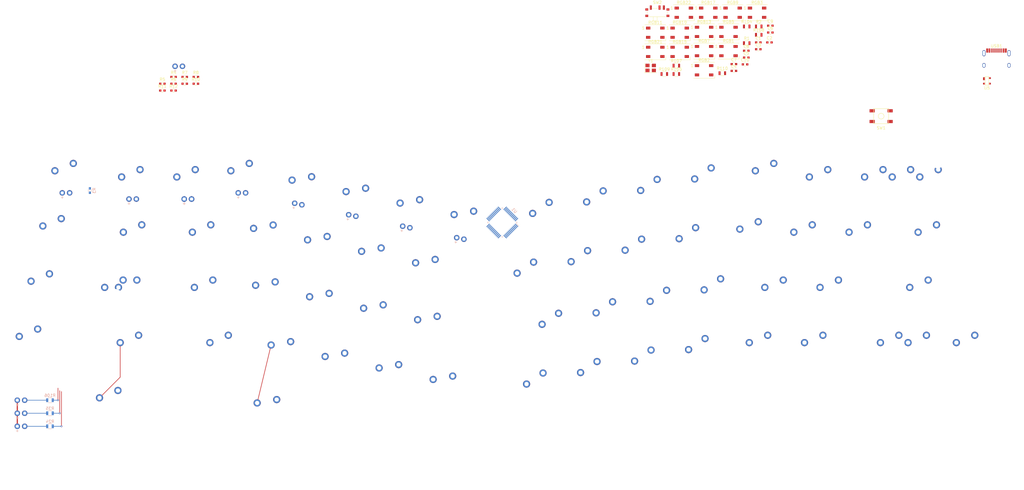
<source format=kicad_pcb>
(kicad_pcb (version 20171130) (host pcbnew "(5.1.10)-1")
  (layers (0 F.Cu signal) (31 B.Cu signal) (34 B.Paste user) (35 F.Paste user) (36 B.SilkS user) (37 F.SilkS user) (38 B.Mask user) (39 F.Mask user) (44 Edge.Cuts user))
  (net 0 "")
  (net 1 GND)
  (net 2 "Net-(C1-Pad1)")
  (net 3 "Net-(C2-Pad1)")
  (net 4 "Net-(C3-Pad1)")
  (net 5 VCC)
  (net 6 "Net-(MX1-Pad1)")
  (net 7 "Net-(MX1-Pad2)")
  (net 8 "Net-(MX2-Pad1)")
  (net 9 "Net-(MX2-Pad2)")
  (net 10 "Net-(MX3-Pad1)")
  (net 11 "Net-(MX3-Pad2)")
  (net 12 "Net-(MX4-Pad1)")
  (net 13 "Net-(MX4-Pad2)")
  (net 14 "Net-(MX5-Pad1)")
  (net 15 "Net-(MX5-Pad2)")
  (net 16 "Net-(MX6-Pad1)")
  (net 17 "Net-(MX6-Pad2)")
  (net 18 "Net-(MX7-Pad1)")
  (net 19 "Net-(MX7-Pad2)")
  (net 20 "Net-(MX8-Pad1)")
  (net 21 "Net-(MX8-Pad2)")
  (net 22 "Net-(MX9-Pad1)")
  (net 23 "Net-(MX9-Pad2)")
  (net 24 "Net-(MX10-Pad1)")
  (net 25 "Net-(MX10-Pad2)")
  (net 26 "Net-(MX11-Pad1)")
  (net 27 "Net-(MX11-Pad2)")
  (net 28 "Net-(MX12-Pad1)")
  (net 29 "Net-(MX12-Pad2)")
  (net 30 "Net-(MX13-Pad1)")
  (net 31 "Net-(MX13-Pad2)")
  (net 32 "Net-(MX14-Pad1)")
  (net 33 "Net-(MX14-Pad2)")
  (net 34 "Net-(MX15-Pad1)")
  (net 35 "Net-(MX15-Pad2)")
  (net 36 "Net-(MX16-Pad1)")
  (net 37 "Net-(MX16-Pad2)")
  (net 38 Boot)
  (net 39 "Net-(R2-Pad2)")
  (net 40 CapLed)
  (net 41 "Net-(D108-Pad1)")
  (net 42 NumLed)
  (net 43 "Net-(D107-Pad1)")
  (net 44 LedRGB)
  (net 45 "Net-(R104-Pad2)")
  (net 46 "Net-(R105-Pad1)")
  (net 47 ScrollLed)
  (net 48 "Net-(D106-Pad1)")
  (net 49 "Net-(R107-Pad2)")
  (net 50 "Net-(R108-Pad2)")
  (net 51 D+)
  (net 52 /R-)
  (net 53 D-)
  (net 54 /R+)
  (net 55 +5V)
  (net 56 "Net-(RGB1-Pad2)")
  (net 57 "Net-(RGB2-Pad2)")
  (net 58 "Net-(RGB3-Pad2)")
  (net 59 "Net-(RGB5-Pad2)")
  (net 60 "Net-(RGB7-Pad2)")
  (net 61 "Net-(RGB11-Pad4)")
  (net 62 "Net-(RGB11-Pad2)")
  (net 63 "Net-(RGB13-Pad2)")
  (net 64 "Net-(RGB15-Pad2)")
  (net 65 "Net-(RGB17-Pad2)")
  (net 66 "Net-(RGB19-Pad2)")
  (net 67 "Net-(RGB21-Pad2)")
  (net 68 "Net-(RGB22-Pad2)")
  (net 69 Col6)
  (net 70 Col5)
  (net 71 Col7)
  (net 72 Col8)
  (net 73 Col9)
  (net 74 Col10)
  (net 75 Col11)
  (net 76 SWCLK)
  (net 77 SWDIO)
  (net 78 Col13)
  (net 79 Col4)
  (net 80 Col14)
  (net 81 Col15)
  (net 82 Col16)
  (net 83 Col17)
  (net 84 Col18)
  (net 85 Row2)
  (net 86 "Net-(U1-Pad20)")
  (net 87 Row1)
  (net 88 BackLight)
  (net 89 Row3)
  (net 90 Row0)
  (net 91 Col0)
  (net 92 Col1)
  (net 93 Col2)
  (net 94 Col3)
  (net 95 Row5)
  (net 96 Row4)
  (net 97 "Net-(MX17-Pad2)")
  (net 98 "Net-(MX17-Pad1)")
  (net 99 "Net-(MX18-Pad2)")
  (net 100 "Net-(MX18-Pad1)")
  (net 101 "Net-(MX19-Pad2)")
  (net 102 "Net-(MX19-Pad1)")
  (net 103 "Net-(MX20-Pad2)")
  (net 104 "Net-(MX20-Pad1)")
  (net 105 "Net-(MX21-Pad2)")
  (net 106 "Net-(MX21-Pad1)")
  (net 107 "Net-(MX22-Pad2)")
  (net 108 "Net-(MX22-Pad1)")
  (net 109 "Net-(MX23-Pad2)")
  (net 110 "Net-(MX23-Pad1)")
  (net 111 "Net-(MX24-Pad2)")
  (net 112 "Net-(MX24-Pad1)")
  (net 113 "Net-(MX25-Pad2)")
  (net 114 "Net-(MX25-Pad1)")
  (net 115 "Net-(MX26-Pad2)")
  (net 116 "Net-(MX26-Pad1)")
  (net 117 "Net-(MX27-Pad2)")
  (net 118 "Net-(MX27-Pad1)")
  (net 119 "Net-(MX28-Pad2)")
  (net 120 "Net-(MX28-Pad1)")
  (net 121 "Net-(MX29-Pad2)")
  (net 122 "Net-(MX29-Pad1)")
  (net 123 "Net-(MX30-Pad2)")
  (net 124 "Net-(MX30-Pad1)")
  (net 125 "Net-(MX31-Pad2)")
  (net 126 "Net-(MX31-Pad1)")
  (net 127 "Net-(MX32-Pad2)")
  (net 128 "Net-(MX32-Pad1)")
  (net 129 "Net-(MX33-Pad2)")
  (net 130 "Net-(MX33-Pad1)")
  (net 131 "Net-(MX34-Pad2)")
  (net 132 "Net-(MX34-Pad1)")
  (net 133 "Net-(MX35-Pad2)")
  (net 134 "Net-(MX35-Pad1)")
  (net 135 "Net-(MX36-Pad2)")
  (net 136 "Net-(MX36-Pad1)")
  (net 137 "Net-(MX37-Pad2)")
  (net 138 "Net-(MX37-Pad1)")
  (net 139 "Net-(MX38-Pad2)")
  (net 140 "Net-(MX39-Pad2)")
  (net 141 "Net-(MX39-Pad1)")
  (net 142 "Net-(MX40-Pad2)")
  (net 143 "Net-(MX40-Pad1)")
  (net 144 "Net-(MX41-Pad2)")
  (net 145 "Net-(MX41-Pad1)")
  (net 146 "Net-(MX42-Pad2)")
  (net 147 "Net-(MX42-Pad1)")
  (net 148 "Net-(MX43-Pad2)")
  (net 149 "Net-(MX43-Pad1)")
  (net 150 "Net-(MX44-Pad2)")
  (net 151 "Net-(MX44-Pad1)")
  (net 152 "Net-(MX45-Pad2)")
  (net 153 "Net-(MX45-Pad1)")
  (net 154 "Net-(MX46-Pad2)")
  (net 155 "Net-(MX46-Pad1)")
  (net 156 "Net-(RGB1-Pad1)")
  (net 157 "Net-(RGB1-Pad3)")
  (net 158 "Net-(MX48-Pad2)")
  (net 159 "Net-(MX50-Pad2)")
  (net 160 "Net-(MX50-Pad1)")
  (net 161 "Net-(MX51-Pad2)")
  (net 162 "Net-(MX51-Pad1)")
  (net 163 "Net-(MX52-Pad2)")
  (net 164 "Net-(MX52-Pad1)")
  (net 165 "Net-(MX53-Pad2)")
  (net 166 "Net-(MX53-Pad1)")
  (net 167 "Net-(MX54-Pad2)")
  (net 168 "Net-(MX55-Pad2)")
  (net 169 "Net-(MX55-Pad1)")
  (net 170 "Net-(MX56-Pad2)")
  (net 171 "Net-(MX56-Pad1)")
  (net 172 "Net-(MX57-Pad2)")
  (net 173 "Net-(MX57-Pad1)")
  (net 174 "Net-(MX58-Pad2)")
  (net 175 "Net-(MX58-Pad1)")
  (net 176 "Net-(MX59-Pad2)")
  (net 177 "Net-(MX59-Pad1)")
  (net 178 "Net-(MX60-Pad2)")
  (net 179 "Net-(MX60-Pad1)")
  (net 180 "Net-(MX61-Pad2)")
  (net 181 "Net-(MX61-Pad1)")
  (net 182 "Net-(MX49-Pad2)")
  (net 183 "Net-(MX49-Pad1)")
  (net 184 "Net-(MX62-Pad2)")
  (net 185 "Net-(MX63-Pad2)")
  (net 186 "Net-(MX38-Pad1)")
  (net 187 "Net-(MX54-Pad1)")
  (net 188 "Net-(U1-Pad38)")
  (net 189 "Net-(USB1-Pad3)")
  (net 190 "Net-(USB1-Pad9)")
  (net 191 "Net-(Led1-Pad1)")
  (net 192 "Net-(Led2-Pad1)")
  (net 193 "Net-(Led3-Pad1)")
  (net 194 "Net-(Led4-Pad1)")
  (net 195 "Net-(Led5-Pad1)")
  (net 196 "Net-(Led6-Pad1)")
  (net 197 "Net-(Led7-Pad1)")
  (net 198 "Net-(Led8-Pad1)")
  (net 199 "Net-(Led9-Pad1)")
  (net 200 "Net-(Led10-Pad1)")
  (net 201 "Net-(R3-Pad2)")
  (net 202 "Net-(R4-Pad2)")
  (net 203 "Net-(R5-Pad2)")
  (net 204 "Net-(R6-Pad2)")
  (net 205 "Net-(R7-Pad2)")
  (net 206 "Net-(R8-Pad2)")
  (net 207 "Net-(R9-Pad2)")
  (net 208 "Net-(R10-Pad2)")
  (net 209 "Net-(R11-Pad2)")
  (net 210 "Net-(R12-Pad2)")
  (module sanproject-keyboard-part:C_0603 (layer F.Cu) (at -107.765892 -20.215748)
    (fp_text reference R12 (at 0 -1.5) (layer F.SilkS))
    (fp_text value 330R)
    (pad 2 smd rect (at 0.75 0) (size 0.8 0.75) (layers F.Cu F.Paste F.Mask) (net 210 "Net-(R12-Pad2)"))
    (pad 1 smd rect (at -0.75 0) (size 0.8 0.75) (layers F.Cu F.Paste F.Mask) (net 200 "Net-(Led10-Pad1)"))
  )
  (module sanproject-keyboard-part:C_0603 (layer F.Cu) (at -111.615892 -20.215748)
    (fp_text reference R11 (at 0 -1.5) (layer F.SilkS))
    (fp_text value 330R)
    (pad 2 smd rect (at 0.75 0) (size 0.8 0.75) (layers F.Cu F.Paste F.Mask) (net 209 "Net-(R11-Pad2)"))
    (pad 1 smd rect (at -0.75 0) (size 0.8 0.75) (layers F.Cu F.Paste F.Mask) (net 199 "Net-(Led9-Pad1)"))
  )
  (module sanproject-keyboard-part:C_0603 (layer F.Cu) (at -100.065892 -22.565748)
    (fp_text reference R10 (at 0 -1.5) (layer F.SilkS))
    (fp_text value 330R)
    (pad 2 smd rect (at 0.75 0) (size 0.8 0.75) (layers F.Cu F.Paste F.Mask) (net 208 "Net-(R10-Pad2)"))
    (pad 1 smd rect (at -0.75 0) (size 0.8 0.75) (layers F.Cu F.Paste F.Mask) (net 198 "Net-(Led8-Pad1)"))
  )
  (module sanproject-keyboard-part:C_0603 (layer F.Cu) (at -103.915892 -22.565748)
    (fp_text reference R9 (at 0 -1.5) (layer F.SilkS))
    (fp_text value 330R)
    (pad 2 smd rect (at 0.75 0) (size 0.8 0.75) (layers F.Cu F.Paste F.Mask) (net 207 "Net-(R9-Pad2)"))
    (pad 1 smd rect (at -0.75 0) (size 0.8 0.75) (layers F.Cu F.Paste F.Mask) (net 197 "Net-(Led7-Pad1)"))
  )
  (module sanproject-keyboard-part:C_0603 (layer F.Cu) (at -100.065892 -24.915748)
    (fp_text reference R8 (at 0 -1.5) (layer F.SilkS))
    (fp_text value 330R)
    (pad 2 smd rect (at 0.75 0) (size 0.8 0.75) (layers F.Cu F.Paste F.Mask) (net 206 "Net-(R8-Pad2)"))
    (pad 1 smd rect (at -0.75 0) (size 0.8 0.75) (layers F.Cu F.Paste F.Mask) (net 196 "Net-(Led6-Pad1)"))
  )
  (module sanproject-keyboard-part:C_0603 (layer F.Cu) (at -103.915892 -24.915748)
    (fp_text reference R7 (at 0 -1.5) (layer F.SilkS))
    (fp_text value 330R)
    (pad 2 smd rect (at 0.75 0) (size 0.8 0.75) (layers F.Cu F.Paste F.Mask) (net 205 "Net-(R7-Pad2)"))
    (pad 1 smd rect (at -0.75 0) (size 0.8 0.75) (layers F.Cu F.Paste F.Mask) (net 195 "Net-(Led5-Pad1)"))
  )
  (module sanproject-keyboard-part:C_0603 (layer F.Cu) (at -107.765892 -22.565748)
    (fp_text reference R6 (at 0 -1.5) (layer F.SilkS))
    (fp_text value 330R)
    (pad 2 smd rect (at 0.75 0) (size 0.8 0.75) (layers F.Cu F.Paste F.Mask) (net 204 "Net-(R6-Pad2)"))
    (pad 1 smd rect (at -0.75 0) (size 0.8 0.75) (layers F.Cu F.Paste F.Mask) (net 194 "Net-(Led4-Pad1)"))
  )
  (module sanproject-keyboard-part:C_0603 (layer F.Cu) (at -111.615892 -22.565748)
    (fp_text reference R5 (at 0 -1.5) (layer F.SilkS))
    (fp_text value 330R)
    (pad 2 smd rect (at 0.75 0) (size 0.8 0.75) (layers F.Cu F.Paste F.Mask) (net 203 "Net-(R5-Pad2)"))
    (pad 1 smd rect (at -0.75 0) (size 0.8 0.75) (layers F.Cu F.Paste F.Mask) (net 193 "Net-(Led3-Pad1)"))
  )
  (module sanproject-keyboard-part:C_0603 (layer F.Cu) (at -107.765892 -24.915748)
    (fp_text reference R4 (at 0 -1.5) (layer F.SilkS))
    (fp_text value 330R)
    (pad 2 smd rect (at 0.75 0) (size 0.8 0.75) (layers F.Cu F.Paste F.Mask) (net 202 "Net-(R4-Pad2)"))
    (pad 1 smd rect (at -0.75 0) (size 0.8 0.75) (layers F.Cu F.Paste F.Mask) (net 192 "Net-(Led2-Pad1)"))
  )
  (module sanproject-keyboard-part:C_0603 (layer B.Cu) (at -136.624563 14.287536 90)
    (fp_text reference R3 (at 0 1.5 90) (layer B.SilkS) (effects (justify mirror)))
    (fp_text value 330R)
    (pad 2 smd rect (at 0.75 0 90) (size 0.8 0.75) (layers B.Cu B.Paste B.Mask) (net 201 "Net-(R3-Pad2)"))
    (pad 1 smd rect (at -0.75 0 90) (size 0.8 0.75) (layers B.Cu B.Paste B.Mask) (net 191 "Net-(Led1-Pad1)"))
  )
  (module MX_Only_v3:MXOnly-LEDONLY (layer F.Cu) (at -63.679992 13.959999 348)
    (fp_text reference Led10)
    (fp_text value LED)
    (fp_text user + (at -1.27 6.604 168) (layer B.SilkS))
    (pad 2 thru_hole circle (at -1.27 5.08 348) (size 1.905 1.905) (drill 1.04) (layers *.Cu *.Mask) (net 55 +5V))
    (pad 1 thru_hole circle (at 1.27 5.08 348) (size 1.905 1.905) (drill 1.04) (layers *.Cu *.Mask) (net 200 "Net-(Led10-Pad1)"))
  )
  (module MX_Only_v3:MXOnly-LEDONLY (layer F.Cu) (at -45.04628 17.920718 348)
    (fp_text reference Led9)
    (fp_text value LED)
    (fp_text user + (at -1.27 6.604 168) (layer B.SilkS))
    (pad 2 thru_hole circle (at -1.27 5.08 348) (size 1.905 1.905) (drill 1.04) (layers *.Cu *.Mask) (net 55 +5V))
    (pad 1 thru_hole circle (at 1.27 5.08 348) (size 1.905 1.905) (drill 1.04) (layers *.Cu *.Mask) (net 199 "Net-(Led9-Pad1)"))
  )
  (module MX_Only_v3:MXOnly-LEDONLY (layer F.Cu) (at -84.179992 9.999999)
    (fp_text reference Led8)
    (fp_text value LED)
    (fp_text user + (at -1.27 6.604) (layer B.SilkS))
    (pad 2 thru_hole circle (at -1.27 5.08) (size 1.905 1.905) (drill 1.04) (layers *.Cu *.Mask) (net 55 +5V))
    (pad 1 thru_hole circle (at 1.27 5.08) (size 1.905 1.905) (drill 1.04) (layers *.Cu *.Mask) (net 198 "Net-(Led8-Pad1)"))
  )
  (module MX_Only_v3:MXOnly-LEDONLY (layer F.Cu) (at -26.412569 21.881433 348)
    (fp_text reference Led7)
    (fp_text value LED)
    (fp_text user + (at -1.27 6.604 168) (layer B.SilkS))
    (pad 2 thru_hole circle (at -1.27 5.08 348) (size 1.905 1.905) (drill 1.04) (layers *.Cu *.Mask) (net 55 +5V))
    (pad 1 thru_hole circle (at 1.27 5.08 348) (size 1.905 1.905) (drill 1.04) (layers *.Cu *.Mask) (net 197 "Net-(Led7-Pad1)"))
  )
  (module MX_Only_v3:MXOnly-LEDONLY (layer F.Cu) (at -102.81999 12.14)
    (fp_text reference Led6)
    (fp_text value LED)
    (fp_text user + (at -1.27 6.604) (layer B.SilkS))
    (pad 2 thru_hole circle (at -1.27 5.08) (size 1.905 1.905) (drill 1.04) (layers *.Cu *.Mask) (net 55 +5V))
    (pad 1 thru_hole circle (at 1.27 5.08) (size 1.905 1.905) (drill 1.04) (layers *.Cu *.Mask) (net 196 "Net-(Led6-Pad1)"))
  )
  (module MX_Only_v3:MXOnly-LEDONLY (layer F.Cu) (at -7.778857 25.842152 348)
    (fp_text reference Led5)
    (fp_text value LED)
    (fp_text user + (at -1.27 6.604 168) (layer B.SilkS))
    (pad 2 thru_hole circle (at -1.27 5.08 348) (size 1.905 1.905) (drill 1.04) (layers *.Cu *.Mask) (net 55 +5V))
    (pad 1 thru_hole circle (at 1.27 5.08 348) (size 1.905 1.905) (drill 1.04) (layers *.Cu *.Mask) (net 195 "Net-(Led5-Pad1)"))
  )
  (module MX_Only_v3:MXOnly-LEDONLY (layer F.Cu) (at -102.81999 12.14)
    (fp_text reference Led4)
    (fp_text value LED)
    (fp_text user + (at -1.27 6.604) (layer B.SilkS))
    (pad 2 thru_hole circle (at -1.27 5.08) (size 1.905 1.905) (drill 1.04) (layers *.Cu *.Mask) (net 55 +5V))
    (pad 1 thru_hole circle (at 1.27 5.08) (size 1.905 1.905) (drill 1.04) (layers *.Cu *.Mask) (net 194 "Net-(Led4-Pad1)"))
  )
  (module MX_Only_v3:MXOnly-LEDONLY (layer F.Cu) (at -121.86999 12.14)
    (fp_text reference Led3)
    (fp_text value LED)
    (fp_text user + (at -1.27 6.604) (layer B.SilkS))
    (pad 2 thru_hole circle (at -1.27 5.08) (size 1.905 1.905) (drill 1.04) (layers *.Cu *.Mask) (net 55 +5V))
    (pad 1 thru_hole circle (at 1.27 5.08) (size 1.905 1.905) (drill 1.04) (layers *.Cu *.Mask) (net 193 "Net-(Led3-Pad1)"))
  )
  (module MX_Only_v3:MXOnly-LEDONLY (layer F.Cu) (at -105.965892 -33.665748)
    (fp_text reference Led2)
    (fp_text value LED)
    (fp_text user + (at -1.27 6.604) (layer B.SilkS))
    (pad 2 thru_hole circle (at -1.27 5.08) (size 1.905 1.905) (drill 1.04) (layers *.Cu *.Mask) (net 55 +5V))
    (pad 1 thru_hole circle (at 1.27 5.08) (size 1.905 1.905) (drill 1.04) (layers *.Cu *.Mask) (net 192 "Net-(Led2-Pad1)"))
  )
  (module MX_Only_v3:MXOnly-LEDONLY (layer F.Cu) (at -144.889992 9.999999)
    (fp_text reference Led1)
    (fp_text value LED)
    (fp_text user + (at -1.27 6.604) (layer B.SilkS))
    (pad 2 thru_hole circle (at -1.27 5.08) (size 1.905 1.905) (drill 1.04) (layers *.Cu *.Mask) (net 55 +5V))
    (pad 1 thru_hole circle (at 1.27 5.08) (size 1.905 1.905) (drill 1.04) (layers *.Cu *.Mask) (net 191 "Net-(Led1-Pad1)"))
  )
  (module MX_Only_v3:MXOnly-1.75U-NoLED (layer F.Cu) (at 139.925007 69.29)
    (fp_text reference MX65)
    (fp_text value MX-NoLED-MX_Alps_Hybrid)
    (pad 2 thru_hole circle (at 2.54 -5.08) (size 2.5 2.5) (drill 1.47) (layers *.Cu *.Mask) (net 180 "Net-(MX61-Pad2)"))
    (pad "" np_thru_hole circle (at 0 0) (size 3.9878 3.9878) (drill 3.9878) (layers *.Cu *.Mask))
    (pad 1 thru_hole circle (at -3.81 -2.54) (size 2.5 2.5) (drill 1.47) (layers *.Cu *.Mask) (net 181 "Net-(MX61-Pad1)"))
    (pad "" np_thru_hole circle (at -5.08 0 48.0996) (size 1.75 1.75) (drill 1.75) (layers *.Cu *.Mask))
    (pad "" np_thru_hole circle (at 5.08 0 48.0996) (size 1.75 1.75) (drill 1.75) (layers *.Cu *.Mask))
  )
  (module sanproject-keyboard-part:HRO-TYPE-C-31-M-12-Assembly (layer F.Cu) (at 176.154755 -26.325845)
    (fp_text reference USB1 (at 0 -9.25) (layer F.SilkS))
    (fp_text value HRO-TYPE-C-31-M-12)
    (pad 12 smd rect (at 3.225 -7.695) (size 0.6 1.45) (layers F.Cu F.Paste F.Mask) (net 1 GND))
    (pad 1 smd rect (at -3.225 -7.695) (size 0.6 1.45) (layers F.Cu F.Paste F.Mask) (net 1 GND))
    (pad 11 smd rect (at 2.45 -7.695) (size 0.6 1.45) (layers F.Cu F.Paste F.Mask) (net 55 +5V))
    (pad 2 smd rect (at -2.45 -7.695) (size 0.6 1.45) (layers F.Cu F.Paste F.Mask) (net 55 +5V))
    (pad 3 smd rect (at -1.75 -7.695) (size 0.3 1.45) (layers F.Cu F.Paste F.Mask) (net 189 "Net-(USB1-Pad3)"))
    (pad 10 smd rect (at 1.75 -7.695) (size 0.3 1.45) (layers F.Cu F.Paste F.Mask) (net 50 "Net-(R108-Pad2)"))
    (pad 4 smd rect (at -1.25 -7.695) (size 0.3 1.45) (layers F.Cu F.Paste F.Mask) (net 49 "Net-(R107-Pad2)"))
    (pad 9 smd rect (at 1.25 -7.695) (size 0.3 1.45) (layers F.Cu F.Paste F.Mask) (net 190 "Net-(USB1-Pad9)"))
    (pad 5 smd rect (at -0.75 -7.695) (size 0.3 1.45) (layers F.Cu F.Paste F.Mask) (net 54 /R+))
    (pad 8 smd rect (at 0.75 -7.695) (size 0.3 1.45) (layers F.Cu F.Paste F.Mask) (net 52 /R-))
    (pad 7 smd rect (at 0.25 -7.695) (size 0.3 1.45) (layers F.Cu F.Paste F.Mask) (net 54 /R+))
    (pad 6 smd rect (at -0.25 -7.695) (size 0.3 1.45) (layers F.Cu F.Paste F.Mask) (net 52 /R-))
    (pad "" np_thru_hole circle (at 2.89 -6.25) (size 0.65 0.65) (drill 0.65) (layers *.Cu *.Mask))
    (pad "" np_thru_hole circle (at -2.89 -6.25) (size 0.65 0.65) (drill 0.65) (layers *.Cu *.Mask))
    (pad 13 thru_hole oval (at -4.32 -6.78) (size 1 2.1) (drill oval 0.6 1.7) (layers *.Cu *.Mask) (net 1 GND))
    (pad 13 thru_hole oval (at 4.32 -6.78) (size 1 2.1) (drill oval 0.6 1.7) (layers *.Cu *.Mask) (net 1 GND))
    (pad 13 thru_hole oval (at -4.32 -2.6) (size 1 1.6) (drill oval 0.6 1.2) (layers *.Cu *.Mask) (net 1 GND))
    (pad 13 thru_hole oval (at 4.32 -2.6) (size 1 1.6) (drill oval 0.6 1.2) (layers *.Cu *.Mask) (net 1 GND))
  )
  (module sanproject-keyboard-part:SOT143B (layer F.Cu) (at 172.859756 -23.555845)
    (fp_text reference U5 (at 0 2.45) (layer F.SilkS))
    (fp_text value PRTR5V0U2X)
    (pad 1 smd rect (at -1 -0.75 270) (size 1 0.7) (layers F.Cu F.Paste F.Mask) (net 1 GND))
    (pad 4 smd rect (at 1 -0.95 270) (size 0.6 0.7) (layers F.Cu F.Paste F.Mask) (net 55 +5V))
    (pad 2 smd rect (at -1 0.95 270) (size 0.6 0.7) (layers F.Cu F.Paste F.Mask) (net 52 /R-))
    (pad 3 smd rect (at 1 0.95 270) (size 0.6 0.7) (layers F.Cu F.Paste F.Mask) (net 54 /R+))
  )
  (module sanproject-keyboard-part:SKQG-1155865 (layer F.Cu) (at 136.359756 -11.385845)
    (fp_text reference SW1 (at 0 4.064) (layer F.SilkS))
    (fp_text value SW_Push)
    (pad 4 smd rect (at -3.1 1.85) (size 1.8 1.1) (layers F.Cu F.Paste F.Mask))
    (pad 3 smd rect (at 3.1 -1.85) (size 1.8 1.1) (layers F.Cu F.Paste F.Mask))
    (pad 2 smd rect (at -3.1 -1.85) (size 1.8 1.1) (layers F.Cu F.Paste F.Mask) (net 4 "Net-(C3-Pad1)"))
    (pad 1 smd rect (at 3.1 1.85) (size 1.8 1.1) (layers F.Cu F.Paste F.Mask) (net 1 GND))
  )
  (module MX_Only_v3:MXOnly-2U-NoLED (layer F.Cu) (at 143.985007 12.14)
    (fp_text reference MX64)
    (fp_text value MX-NoLED-MX_Alps_Hybrid)
    (pad 2 thru_hole circle (at 2.54 -5.08) (size 2.5 2.5) (drill 1.47) (layers *.Cu *.Mask) (net 35 "Net-(MX15-Pad2)"))
    (pad "" np_thru_hole circle (at 0 0) (size 3.9878 3.9878) (drill 3.9878) (layers *.Cu *.Mask))
    (pad 1 thru_hole circle (at -3.81 -2.54) (size 2.5 2.5) (drill 1.47) (layers *.Cu *.Mask) (net 34 "Net-(MX15-Pad1)"))
    (pad "" np_thru_hole circle (at -5.08 0 48.0996) (size 1.75 1.75) (drill 1.75) (layers *.Cu *.Mask))
    (pad "" np_thru_hole circle (at 5.08 0 48.0996) (size 1.75 1.75) (drill 1.75) (layers *.Cu *.Mask))
    (pad "" np_thru_hole circle (at -11.90625 -6.985) (size 3.048 3.048) (drill 3.048) (layers *.Cu *.Mask))
    (pad "" np_thru_hole circle (at 11.90625 -6.985) (size 3.048 3.048) (drill 3.048) (layers *.Cu *.Mask))
    (pad "" np_thru_hole circle (at -11.90625 8.255) (size 3.9878 3.9878) (drill 3.9878) (layers *.Cu *.Mask))
    (pad "" np_thru_hole circle (at 11.90625 8.255) (size 3.9878 3.9878) (drill 3.9878) (layers *.Cu *.Mask))
  )
  (module MX_Only_v3:MXOnly-2.25U-NoLED (layer F.Cu) (at 149.450007 69.29)
    (fp_text reference MX61)
    (fp_text value MX-NoLED-MX_Alps_Hybrid)
    (pad 2 thru_hole circle (at 2.54 -5.08) (size 2.5 2.5) (drill 1.47) (layers *.Cu *.Mask) (net 180 "Net-(MX61-Pad2)"))
    (pad "" np_thru_hole circle (at 0 0) (size 3.9878 3.9878) (drill 3.9878) (layers *.Cu *.Mask))
    (pad 1 thru_hole circle (at -3.81 -2.54) (size 2.5 2.5) (drill 1.47) (layers *.Cu *.Mask) (net 181 "Net-(MX61-Pad1)"))
    (pad "" np_thru_hole circle (at -5.08 0 48.0996) (size 1.75 1.75) (drill 1.75) (layers *.Cu *.Mask))
    (pad "" np_thru_hole circle (at 5.08 0 48.0996) (size 1.75 1.75) (drill 1.75) (layers *.Cu *.Mask))
    (pad "" np_thru_hole circle (at -11.90625 -6.985) (size 3.048 3.048) (drill 3.048) (layers *.Cu *.Mask))
    (pad "" np_thru_hole circle (at 11.90625 -6.985) (size 3.048 3.048) (drill 3.048) (layers *.Cu *.Mask))
    (pad "" np_thru_hole circle (at -11.90625 8.255) (size 3.9878 3.9878) (drill 3.9878) (layers *.Cu *.Mask))
    (pad "" np_thru_hole circle (at 11.90625 8.255) (size 3.9878 3.9878) (drill 3.9878) (layers *.Cu *.Mask))
  )
  (module Button_Switch_SMD:SW_SPDT_PCM12 (layer F.Cu) (at 59.15 -47.41)
    (fp_text reference SW2 (at 0 -3.2) (layer F.SilkS))
    (fp_text value SW_SPDT)
    (pad "" smd rect (at -3.65 -0.78) (size 1 0.8) (layers F.Cu F.Paste F.Mask))
    (pad "" smd rect (at 3.65 -0.78) (size 1 0.8) (layers F.Cu F.Paste F.Mask))
    (pad "" smd rect (at 3.65 1.43) (size 1 0.8) (layers F.Cu F.Paste F.Mask))
    (pad "" smd rect (at -3.65 1.43) (size 1 0.8) (layers F.Cu F.Paste F.Mask))
    (pad 3 smd rect (at 2.25 -1.43) (size 0.7 1.5) (layers F.Cu F.Paste F.Mask) (net 5 VCC))
    (pad 2 smd rect (at 0.75 -1.43) (size 0.7 1.5) (layers F.Cu F.Paste F.Mask) (net 38 Boot))
    (pad 1 smd rect (at -2.25 -1.43) (size 0.7 1.5) (layers F.Cu F.Paste F.Mask) (net 1 GND))
    (pad "" np_thru_hole circle (at 1.5 0.33) (size 0.9 0.9) (drill 0.9) (layers *.Cu *.Mask))
    (pad "" np_thru_hole circle (at -1.5 0.33) (size 0.9 0.9) (drill 0.9) (layers *.Cu *.Mask))
  )
  (module LED_SMD:LED_WS2812B_PLCC4_5.0x5.0mm_P3.2mm (layer F.Cu) (at 58.435 -40.175)
    (fp_text reference RGB11 (at 0 -3.5) (layer F.SilkS))
    (fp_text value WS2812B)
    (fp_text user 1 (at -4.15 -1.6) (layer F.SilkS))
    (pad 1 smd rect (at -2.45 -1.6) (size 1.5 1) (layers F.Cu F.Paste F.Mask) (net 156 "Net-(RGB1-Pad1)"))
    (pad 2 smd rect (at -2.45 1.6) (size 1.5 1) (layers F.Cu F.Paste F.Mask) (net 62 "Net-(RGB11-Pad2)"))
    (pad 4 smd rect (at 2.45 -1.6) (size 1.5 1) (layers F.Cu F.Paste F.Mask) (net 61 "Net-(RGB11-Pad4)"))
    (pad 3 smd rect (at 2.45 1.6) (size 1.5 1) (layers F.Cu F.Paste F.Mask) (net 157 "Net-(RGB1-Pad3)"))
  )
  (module LED_SMD:LED_WS2812B_PLCC4_5.0x5.0mm_P3.2mm (layer F.Cu) (at 58.435 -33.555)
    (fp_text reference RGB21 (at 0 -3.5) (layer F.SilkS))
    (fp_text value WS2812B)
    (fp_text user 1 (at -4.15 -1.6) (layer F.SilkS))
    (pad 1 smd rect (at -2.45 -1.6) (size 1.5 1) (layers F.Cu F.Paste F.Mask) (net 156 "Net-(RGB1-Pad1)"))
    (pad 2 smd rect (at -2.45 1.6) (size 1.5 1) (layers F.Cu F.Paste F.Mask) (net 67 "Net-(RGB21-Pad2)"))
    (pad 4 smd rect (at 2.45 -1.6) (size 1.5 1) (layers F.Cu F.Paste F.Mask) (net 66 "Net-(RGB19-Pad2)"))
    (pad 3 smd rect (at 2.45 1.6) (size 1.5 1) (layers F.Cu F.Paste F.Mask) (net 157 "Net-(RGB1-Pad3)"))
  )
  (module LED_SMD:LED_WS2812B_PLCC4_5.0x5.0mm_P3.2mm (layer F.Cu) (at 75.275 -40.455)
    (fp_text reference RGB13 (at 0 -3.5) (layer F.SilkS))
    (fp_text value WS2812B)
    (fp_text user 1 (at -4.15 -1.6) (layer F.SilkS))
    (pad 1 smd rect (at -2.45 -1.6) (size 1.5 1) (layers F.Cu F.Paste F.Mask) (net 156 "Net-(RGB1-Pad1)"))
    (pad 2 smd rect (at -2.45 1.6) (size 1.5 1) (layers F.Cu F.Paste F.Mask) (net 63 "Net-(RGB13-Pad2)"))
    (pad 4 smd rect (at 2.45 -1.6) (size 1.5 1) (layers F.Cu F.Paste F.Mask) (net 62 "Net-(RGB11-Pad2)"))
    (pad 3 smd rect (at 2.45 1.6) (size 1.5 1) (layers F.Cu F.Paste F.Mask) (net 157 "Net-(RGB1-Pad3)"))
  )
  (module LED_SMD:LED_WS2812B_PLCC4_5.0x5.0mm_P3.2mm (layer F.Cu) (at 85.125 -47.075)
    (fp_text reference RGB9 (at 0 -3.5) (layer F.SilkS))
    (fp_text value WS2812B)
    (fp_text user 1 (at -4.15 -1.6) (layer F.SilkS))
    (pad 1 smd rect (at -2.45 -1.6) (size 1.5 1) (layers F.Cu F.Paste F.Mask) (net 156 "Net-(RGB1-Pad1)"))
    (pad 2 smd rect (at -2.45 1.6) (size 1.5 1) (layers F.Cu F.Paste F.Mask) (net 61 "Net-(RGB11-Pad4)"))
    (pad 4 smd rect (at 2.45 -1.6) (size 1.5 1) (layers F.Cu F.Paste F.Mask) (net 60 "Net-(RGB7-Pad2)"))
    (pad 3 smd rect (at 2.45 1.6) (size 1.5 1) (layers F.Cu F.Paste F.Mask) (net 157 "Net-(RGB1-Pad3)"))
  )
  (module LED_SMD:LED_WS2812B_PLCC4_5.0x5.0mm_P3.2mm (layer F.Cu) (at 93.545 -47.075)
    (fp_text reference RGB3 (at 0 -3.5) (layer F.SilkS))
    (fp_text value WS2812B)
    (fp_text user 1 (at -4.15 -1.6) (layer F.SilkS))
    (pad 1 smd rect (at -2.45 -1.6) (size 1.5 1) (layers F.Cu F.Paste F.Mask) (net 156 "Net-(RGB1-Pad1)"))
    (pad 2 smd rect (at -2.45 1.6) (size 1.5 1) (layers F.Cu F.Paste F.Mask) (net 58 "Net-(RGB3-Pad2)"))
    (pad 4 smd rect (at 2.45 -1.6) (size 1.5 1) (layers F.Cu F.Paste F.Mask) (net 57 "Net-(RGB2-Pad2)"))
    (pad 3 smd rect (at 2.45 1.6) (size 1.5 1) (layers F.Cu F.Paste F.Mask) (net 157 "Net-(RGB1-Pad3)"))
  )
  (module LED_SMD:LED_WS2812B_PLCC4_5.0x5.0mm_P3.2mm (layer F.Cu) (at 75.275 -27.215)
    (fp_text reference RGB2 (at 0 -3.5) (layer F.SilkS))
    (fp_text value WS2812B)
    (fp_text user 1 (at -4.15 -1.6) (layer F.SilkS))
    (pad 1 smd rect (at -2.45 -1.6) (size 1.5 1) (layers F.Cu F.Paste F.Mask) (net 156 "Net-(RGB1-Pad1)"))
    (pad 2 smd rect (at -2.45 1.6) (size 1.5 1) (layers F.Cu F.Paste F.Mask) (net 57 "Net-(RGB2-Pad2)"))
    (pad 4 smd rect (at 2.45 -1.6) (size 1.5 1) (layers F.Cu F.Paste F.Mask) (net 56 "Net-(RGB1-Pad2)"))
    (pad 3 smd rect (at 2.45 1.6) (size 1.5 1) (layers F.Cu F.Paste F.Mask) (net 157 "Net-(RGB1-Pad3)"))
  )
  (module LED_SMD:LED_WS2812B_PLCC4_5.0x5.0mm_P3.2mm (layer F.Cu) (at 75.275 -33.835)
    (fp_text reference RGB7 (at 0 -3.5) (layer F.SilkS))
    (fp_text value WS2812B)
    (fp_text user 1 (at -4.15 -1.6) (layer F.SilkS))
    (pad 1 smd rect (at -2.45 -1.6) (size 1.5 1) (layers F.Cu F.Paste F.Mask) (net 156 "Net-(RGB1-Pad1)"))
    (pad 2 smd rect (at -2.45 1.6) (size 1.5 1) (layers F.Cu F.Paste F.Mask) (net 60 "Net-(RGB7-Pad2)"))
    (pad 4 smd rect (at 2.45 -1.6) (size 1.5 1) (layers F.Cu F.Paste F.Mask) (net 59 "Net-(RGB5-Pad2)"))
    (pad 3 smd rect (at 2.45 1.6) (size 1.5 1) (layers F.Cu F.Paste F.Mask) (net 157 "Net-(RGB1-Pad3)"))
  )
  (module LED_SMD:LED_WS2812B_PLCC4_5.0x5.0mm_P3.2mm (layer F.Cu) (at 83.695 -33.835)
    (fp_text reference RGB1 (at 0 -3.5) (layer F.SilkS))
    (fp_text value WS2812B)
    (fp_text user 1 (at -4.15 -1.6) (layer F.SilkS))
    (pad 1 smd rect (at -2.45 -1.6) (size 1.5 1) (layers F.Cu F.Paste F.Mask) (net 156 "Net-(RGB1-Pad1)"))
    (pad 2 smd rect (at -2.45 1.6) (size 1.5 1) (layers F.Cu F.Paste F.Mask) (net 56 "Net-(RGB1-Pad2)"))
    (pad 4 smd rect (at 2.45 -1.6) (size 1.5 1) (layers F.Cu F.Paste F.Mask) (net 44 LedRGB))
    (pad 3 smd rect (at 2.45 1.6) (size 1.5 1) (layers F.Cu F.Paste F.Mask) (net 157 "Net-(RGB1-Pad3)"))
  )
  (module sanproject-keyboard-part:R_0805 (layer F.Cu) (at 81.56 -26.205)
    (fp_text reference R110 (at 0 -1.65) (layer F.SilkS))
    (fp_text value 22)
    (pad 1 smd rect (at -0.95 0) (size 0.7 1.3) (layers F.Cu F.Paste F.Mask) (net 53 D-))
    (pad 2 smd rect (at 0.95 0) (size 0.7 1.3) (layers F.Cu F.Paste F.Mask) (net 54 /R+))
  )
  (module LED_SMD:LED_WS2812B_PLCC4_5.0x5.0mm_P3.2mm (layer F.Cu) (at 68.285 -47.075)
    (fp_text reference RGB22 (at 0 -3.5) (layer F.SilkS))
    (fp_text value WS2812B)
    (fp_text user 1 (at -4.15 -1.6) (layer F.SilkS))
    (pad 1 smd rect (at -2.45 -1.6) (size 1.5 1) (layers F.Cu F.Paste F.Mask) (net 156 "Net-(RGB1-Pad1)"))
    (pad 2 smd rect (at -2.45 1.6) (size 1.5 1) (layers F.Cu F.Paste F.Mask) (net 68 "Net-(RGB22-Pad2)"))
    (pad 4 smd rect (at 2.45 -1.6) (size 1.5 1) (layers F.Cu F.Paste F.Mask) (net 67 "Net-(RGB21-Pad2)"))
    (pad 3 smd rect (at 2.45 1.6) (size 1.5 1) (layers F.Cu F.Paste F.Mask) (net 157 "Net-(RGB1-Pad3)"))
  )
  (module LED_SMD:LED_WS2812B_PLCC4_5.0x5.0mm_P3.2mm (layer F.Cu) (at 76.705 -47.075)
    (fp_text reference RGB17 (at 0 -3.5) (layer F.SilkS))
    (fp_text value WS2812B)
    (fp_text user 1 (at -4.15 -1.6) (layer F.SilkS))
    (pad 1 smd rect (at -2.45 -1.6) (size 1.5 1) (layers F.Cu F.Paste F.Mask) (net 156 "Net-(RGB1-Pad1)"))
    (pad 2 smd rect (at -2.45 1.6) (size 1.5 1) (layers F.Cu F.Paste F.Mask) (net 65 "Net-(RGB17-Pad2)"))
    (pad 4 smd rect (at 2.45 -1.6) (size 1.5 1) (layers F.Cu F.Paste F.Mask) (net 64 "Net-(RGB15-Pad2)"))
    (pad 3 smd rect (at 2.45 1.6) (size 1.5 1) (layers F.Cu F.Paste F.Mask) (net 157 "Net-(RGB1-Pad3)"))
  )
  (module sanproject-keyboard-part:R_0805 (layer F.Cu) (at 61.55 -25.925)
    (fp_text reference R109 (at 0 -1.65) (layer F.SilkS))
    (fp_text value 22)
    (pad 1 smd rect (at -0.95 0) (size 0.7 1.3) (layers F.Cu F.Paste F.Mask) (net 51 D+))
    (pad 2 smd rect (at 0.95 0) (size 0.7 1.3) (layers F.Cu F.Paste F.Mask) (net 52 /R-))
  )
  (module LED_SMD:LED_WS2812B_PLCC4_5.0x5.0mm_P3.2mm (layer F.Cu) (at 66.855 -40.175)
    (fp_text reference RGB19 (at 0 -3.5) (layer F.SilkS))
    (fp_text value WS2812B)
    (fp_text user 1 (at -4.15 -1.6) (layer F.SilkS))
    (pad 1 smd rect (at -2.45 -1.6) (size 1.5 1) (layers F.Cu F.Paste F.Mask) (net 156 "Net-(RGB1-Pad1)"))
    (pad 2 smd rect (at -2.45 1.6) (size 1.5 1) (layers F.Cu F.Paste F.Mask) (net 66 "Net-(RGB19-Pad2)"))
    (pad 4 smd rect (at 2.45 -1.6) (size 1.5 1) (layers F.Cu F.Paste F.Mask) (net 65 "Net-(RGB17-Pad2)"))
    (pad 3 smd rect (at 2.45 1.6) (size 1.5 1) (layers F.Cu F.Paste F.Mask) (net 157 "Net-(RGB1-Pad3)"))
  )
  (module sanproject-keyboard-part:R_0805 (layer F.Cu) (at 94.13 -39.445)
    (fp_text reference R108 (at 0 -1.65) (layer F.SilkS))
    (fp_text value 5.1k)
    (pad 1 smd rect (at -0.95 0) (size 0.7 1.3) (layers F.Cu F.Paste F.Mask) (net 1 GND))
    (pad 2 smd rect (at 0.95 0) (size 0.7 1.3) (layers F.Cu F.Paste F.Mask) (net 50 "Net-(R108-Pad2)"))
  )
  (module Crystal:Crystal_SMD_3225-4Pin_3.2x2.5mm (layer F.Cu) (at 56.85 -28.02)
    (fp_text reference Y1 (at 0 -2.45) (layer F.SilkS))
    (fp_text value 16Mhz)
    (pad 4 smd rect (at -1.1 -0.85) (size 1.4 1.2) (layers F.Cu F.Paste F.Mask) (net 1 GND))
    (pad 3 smd rect (at 1.1 -0.85) (size 1.4 1.2) (layers F.Cu F.Paste F.Mask) (net 2 "Net-(C1-Pad1)"))
    (pad 2 smd rect (at 1.1 0.85) (size 1.4 1.2) (layers F.Cu F.Paste F.Mask) (net 1 GND))
    (pad 1 smd rect (at -1.1 0.85) (size 1.4 1.2) (layers F.Cu F.Paste F.Mask) (net 3 "Net-(C2-Pad1)"))
  )
  (module LED_SMD:LED_WS2812B_PLCC4_5.0x5.0mm_P3.2mm (layer F.Cu) (at 66.855 -33.555)
    (fp_text reference RGB15 (at 0 -3.5) (layer F.SilkS))
    (fp_text value WS2812B)
    (fp_text user 1 (at -4.15 -1.6) (layer F.SilkS))
    (pad 1 smd rect (at -2.45 -1.6) (size 1.5 1) (layers F.Cu F.Paste F.Mask) (net 156 "Net-(RGB1-Pad1)"))
    (pad 2 smd rect (at -2.45 1.6) (size 1.5 1) (layers F.Cu F.Paste F.Mask) (net 64 "Net-(RGB15-Pad2)"))
    (pad 4 smd rect (at 2.45 -1.6) (size 1.5 1) (layers F.Cu F.Paste F.Mask) (net 63 "Net-(RGB13-Pad2)"))
    (pad 3 smd rect (at 2.45 1.6) (size 1.5 1) (layers F.Cu F.Paste F.Mask) (net 157 "Net-(RGB1-Pad3)"))
  )
  (module LED_SMD:LED_WS2812B_PLCC4_5.0x5.0mm_P3.2mm (layer F.Cu) (at 83.695 -40.455)
    (fp_text reference RGB5 (at 0 -3.5) (layer F.SilkS))
    (fp_text value WS2812B)
    (fp_text user 1 (at -4.15 -1.6) (layer F.SilkS))
    (pad 1 smd rect (at -2.45 -1.6) (size 1.5 1) (layers F.Cu F.Paste F.Mask) (net 156 "Net-(RGB1-Pad1)"))
    (pad 2 smd rect (at -2.45 1.6) (size 1.5 1) (layers F.Cu F.Paste F.Mask) (net 59 "Net-(RGB5-Pad2)"))
    (pad 4 smd rect (at 2.45 -1.6) (size 1.5 1) (layers F.Cu F.Paste F.Mask) (net 58 "Net-(RGB3-Pad2)"))
    (pad 3 smd rect (at 2.45 1.6) (size 1.5 1) (layers F.Cu F.Paste F.Mask) (net 157 "Net-(RGB1-Pad3)"))
  )
  (module sanproject-keyboard-part:C_0603 (layer F.Cu) (at 89.41 -29.25)
    (fp_text reference C10 (at 0 -1.5) (layer F.SilkS))
    (fp_text value 1uF)
    (pad 2 smd rect (at 0.75 0) (size 0.8 0.75) (layers F.Cu F.Paste F.Mask) (net 5 VCC))
    (pad 1 smd rect (at -0.75 0) (size 0.8 0.75) (layers F.Cu F.Paste F.Mask) (net 1 GND))
  )
  (module sanproject-keyboard-part:C_0603 (layer F.Cu) (at 93.98 -34.48)
    (fp_text reference C3 (at 0 -1.5) (layer F.SilkS))
    (fp_text value 0.1uF)
    (pad 2 smd rect (at 0.75 0) (size 0.8 0.75) (layers F.Cu F.Paste F.Mask) (net 1 GND))
    (pad 1 smd rect (at -0.75 0) (size 0.8 0.75) (layers F.Cu F.Paste F.Mask) (net 4 "Net-(C3-Pad1)"))
  )
  (module sanproject-keyboard-part:C_0603 (layer F.Cu) (at 93.98 -36.83)
    (fp_text reference C1 (at 0 -1.5) (layer F.SilkS))
    (fp_text value 22pF)
    (pad 2 smd rect (at 0.75 0) (size 0.8 0.75) (layers F.Cu F.Paste F.Mask) (net 1 GND))
    (pad 1 smd rect (at -0.75 0) (size 0.8 0.75) (layers F.Cu F.Paste F.Mask) (net 2 "Net-(C1-Pad1)"))
  )
  (module sanproject-keyboard-part:R_0805 (layer F.Cu) (at 65.7 -28.805)
    (fp_text reference R107 (at 0 -1.65) (layer F.SilkS))
    (fp_text value 5.1k)
    (pad 1 smd rect (at -0.95 0) (size 0.7 1.3) (layers F.Cu F.Paste F.Mask) (net 1 GND))
    (pad 2 smd rect (at 0.95 0) (size 0.7 1.3) (layers F.Cu F.Paste F.Mask) (net 49 "Net-(R107-Pad2)"))
  )
  (module sanproject-keyboard-part:C_0603 (layer F.Cu) (at 98.13 -42.59)
    (fp_text reference C9 (at 0 -1.5) (layer F.SilkS))
    (fp_text value 0.1uF)
    (pad 2 smd rect (at 0.75 0) (size 0.8 0.75) (layers F.Cu F.Paste F.Mask) (net 5 VCC))
    (pad 1 smd rect (at -0.75 0) (size 0.8 0.75) (layers F.Cu F.Paste F.Mask) (net 1 GND))
  )
  (module sanproject-keyboard-part:C_0603 (layer F.Cu) (at 85.56 -27)
    (fp_text reference C4 (at 0 -1.5) (layer F.SilkS))
    (fp_text value 10uF)
    (pad 2 smd rect (at 0.75 0) (size 0.8 0.75) (layers F.Cu F.Paste F.Mask) (net 5 VCC))
    (pad 1 smd rect (at -0.75 0) (size 0.8 0.75) (layers F.Cu F.Paste F.Mask) (net 1 GND))
  )
  (module sanproject-keyboard-part:C_0603 (layer F.Cu) (at 85.56 -29.35)
    (fp_text reference C7 (at 0 -1.5) (layer F.SilkS))
    (fp_text value 0.1uF)
    (pad 2 smd rect (at 0.75 0) (size 0.8 0.75) (layers F.Cu F.Paste F.Mask) (net 5 VCC))
    (pad 1 smd rect (at -0.75 0) (size 0.8 0.75) (layers F.Cu F.Paste F.Mask) (net 1 GND))
  )
  (module sanproject-keyboard-part:C_0603 (layer F.Cu) (at 97.83 -36.83)
    (fp_text reference C2 (at 0 -1.5) (layer F.SilkS))
    (fp_text value 22pF)
    (pad 2 smd rect (at 0.75 0) (size 0.8 0.75) (layers F.Cu F.Paste F.Mask) (net 1 GND))
    (pad 1 smd rect (at -0.75 0) (size 0.8 0.75) (layers F.Cu F.Paste F.Mask) (net 3 "Net-(C2-Pad1)"))
  )
  (module sanproject-keyboard-part:C_0603 (layer F.Cu) (at 89.83 -33.95)
    (fp_text reference C8 (at 0 -1.5) (layer F.SilkS))
    (fp_text value 10nF)
    (pad 2 smd rect (at 0.75 0) (size 0.8 0.75) (layers F.Cu F.Paste F.Mask) (net 5 VCC))
    (pad 1 smd rect (at -0.75 0) (size 0.8 0.75) (layers F.Cu F.Paste F.Mask) (net 1 GND))
  )
  (module sanproject-keyboard-part:R_0805 (layer F.Cu) (at 89.98 -36.565)
    (fp_text reference R1 (at 0 -1.65) (layer F.SilkS))
    (fp_text value 10k)
    (pad 1 smd rect (at -0.95 0) (size 0.7 1.3) (layers F.Cu F.Paste F.Mask) (net 5 VCC))
    (pad 2 smd rect (at 0.95 0) (size 0.7 1.3) (layers F.Cu F.Paste F.Mask) (net 4 "Net-(C3-Pad1)"))
  )
  (module sanproject-keyboard-part:C_0603 (layer F.Cu) (at 98.13 -40.24)
    (fp_text reference C6 (at 0 -1.5) (layer F.SilkS))
    (fp_text value 0.1uF)
    (pad 2 smd rect (at 0.75 0) (size 0.8 0.75) (layers F.Cu F.Paste F.Mask) (net 5 VCC))
    (pad 1 smd rect (at -0.75 0) (size 0.8 0.75) (layers F.Cu F.Paste F.Mask) (net 1 GND))
  )
  (module sanproject-keyboard-part:R_0805 (layer F.Cu) (at 89.98 -42.325)
    (fp_text reference R104 (at 0 -1.65) (layer F.SilkS))
    (fp_text value 500)
    (pad 1 smd rect (at -0.95 0) (size 0.7 1.3) (layers F.Cu F.Paste F.Mask) (net 44 LedRGB))
    (pad 2 smd rect (at 0.95 0) (size 0.7 1.3) (layers F.Cu F.Paste F.Mask) (net 45 "Net-(R104-Pad2)"))
  )
  (module sanproject-keyboard-part:R_0805 (layer F.Cu) (at 65.7 -25.925)
    (fp_text reference R105 (at 0 -1.65) (layer F.SilkS))
    (fp_text value 390)
    (pad 1 smd rect (at -0.95 0) (size 0.7 1.3) (layers F.Cu F.Paste F.Mask) (net 46 "Net-(R105-Pad1)"))
    (pad 2 smd rect (at 0.95 0) (size 0.7 1.3) (layers F.Cu F.Paste F.Mask) (net 3 "Net-(C2-Pad1)"))
  )
  (module sanproject-keyboard-part:R_0805 (layer F.Cu) (at 94.13 -42.325)
    (fp_text reference R2 (at 0 -1.65) (layer F.SilkS))
    (fp_text value 10k)
    (pad 1 smd rect (at -0.95 0) (size 0.7 1.3) (layers F.Cu F.Paste F.Mask) (net 38 Boot))
    (pad 2 smd rect (at 0.95 0) (size 0.7 1.3) (layers F.Cu F.Paste F.Mask) (net 39 "Net-(R2-Pad2)"))
  )
  (module sanproject-keyboard-part:C_0603 (layer F.Cu) (at 89.83 -31.6)
    (fp_text reference C5 (at 0 -1.5) (layer F.SilkS))
    (fp_text value 0.1uF)
    (pad 2 smd rect (at 0.75 0) (size 0.8 0.75) (layers F.Cu F.Paste F.Mask) (net 5 VCC))
    (pad 1 smd rect (at -0.75 0) (size 0.8 0.75) (layers F.Cu F.Paste F.Mask) (net 1 GND))
  )
  (module MX_Only_v3:MXOnly-1U-NoLED (layer F.Cu) (at -75.719991 90.84 348)
    (fp_text reference MX63)
    (fp_text value MX-NoLED-MX_Alps_Hybrid)
    (pad 2 thru_hole circle (at 2.54 -5.08 348) (size 2.5 2.5) (drill 1.47) (layers *.Cu *.Mask) (net 185 "Net-(MX63-Pad2)"))
    (pad "" np_thru_hole circle (at 0 0 348) (size 3.9878 3.9878) (drill 3.9878) (layers *.Cu *.Mask))
    (pad 1 thru_hole circle (at -3.81 -2.54 348) (size 2.5 2.5) (drill 1.47) (layers *.Cu *.Mask) (net 162 "Net-(MX51-Pad1)"))
    (pad "" np_thru_hole circle (at -5.08 0 36.0996) (size 1.75 1.75) (drill 1.75) (layers *.Cu *.Mask))
    (pad "" np_thru_hole circle (at 5.08 0 36.0996) (size 1.75 1.75) (drill 1.75) (layers *.Cu *.Mask))
  )
  (module MX_Only_v3:MXOnly-1U-NoLED (layer F.Cu) (at -129.49999 88.34)
    (fp_text reference MX62)
    (fp_text value MX-NoLED-MX_Alps_Hybrid)
    (pad 2 thru_hole circle (at 2.54 -5.08) (size 2.5 2.5) (drill 1.47) (layers *.Cu *.Mask) (net 184 "Net-(MX62-Pad2)"))
    (pad "" np_thru_hole circle (at 0 0) (size 3.9878 3.9878) (drill 3.9878) (layers *.Cu *.Mask))
    (pad 1 thru_hole circle (at -3.81 -2.54) (size 2.5 2.5) (drill 1.47) (layers *.Cu *.Mask) (net 183 "Net-(MX49-Pad1)"))
    (pad "" np_thru_hole circle (at -5.08 0 48.0996) (size 1.75 1.75) (drill 1.75) (layers *.Cu *.Mask))
    (pad "" np_thru_hole circle (at 5.08 0 48.0996) (size 1.75 1.75) (drill 1.75) (layers *.Cu *.Mask))
  )
  (module MX_Only_v3:MXOnly-1U-NoLED (layer F.Cu) (at 166.118757 69.29)
    (fp_text reference MX48)
    (fp_text value MX-NoLED-MX_Alps_Hybrid)
    (pad 2 thru_hole circle (at 2.54 -5.08) (size 2.5 2.5) (drill 1.47) (layers *.Cu *.Mask) (net 158 "Net-(MX48-Pad2)"))
    (pad "" np_thru_hole circle (at 0 0) (size 3.9878 3.9878) (drill 3.9878) (layers *.Cu *.Mask))
    (pad 1 thru_hole circle (at -3.81 -2.54) (size 2.5 2.5) (drill 1.47) (layers *.Cu *.Mask) (net 126 "Net-(MX31-Pad1)"))
    (pad "" np_thru_hole circle (at -5.08 0 48.0996) (size 1.75 1.75) (drill 1.75) (layers *.Cu *.Mask))
    (pad "" np_thru_hole circle (at 5.08 0 48.0996) (size 1.75 1.75) (drill 1.75) (layers *.Cu *.Mask))
  )
  (module MX_Only_v3:MXOnly-2.25U-NoLED (layer F.Cu) (at -122.359992 69.29)
    (fp_text reference MX49)
    (fp_text value MX-NoLED-MX_Alps_Hybrid)
    (pad 2 thru_hole circle (at 2.54 -5.08) (size 2.5 2.5) (drill 1.47) (layers *.Cu *.Mask) (net 182 "Net-(MX49-Pad2)"))
    (pad "" np_thru_hole circle (at 0 0) (size 3.9878 3.9878) (drill 3.9878) (layers *.Cu *.Mask))
    (pad 1 thru_hole circle (at -3.81 -2.54) (size 2.5 2.5) (drill 1.47) (layers *.Cu *.Mask) (net 183 "Net-(MX49-Pad1)"))
    (pad "" np_thru_hole circle (at -5.08 0 48.0996) (size 1.75 1.75) (drill 1.75) (layers *.Cu *.Mask))
    (pad "" np_thru_hole circle (at 5.08 0 48.0996) (size 1.75 1.75) (drill 1.75) (layers *.Cu *.Mask))
    (pad "" np_thru_hole circle (at -11.90625 -6.985) (size 3.048 3.048) (drill 3.048) (layers *.Cu *.Mask))
    (pad "" np_thru_hole circle (at 11.90625 -6.985) (size 3.048 3.048) (drill 3.048) (layers *.Cu *.Mask))
    (pad "" np_thru_hole circle (at -11.90625 8.255) (size 3.9878 3.9878) (drill 3.9878) (layers *.Cu *.Mask))
    (pad "" np_thru_hole circle (at 11.90625 8.255) (size 3.9878 3.9878) (drill 3.9878) (layers *.Cu *.Mask))
  )
  (module MX_Only_v3:MXOnly-1U-NoLED (layer F.Cu) (at 113.730008 69.29)
    (fp_text reference MX60)
    (fp_text value MX-NoLED-MX_Alps_Hybrid)
    (pad 2 thru_hole circle (at 2.54 -5.08) (size 2.5 2.5) (drill 1.47) (layers *.Cu *.Mask) (net 178 "Net-(MX60-Pad2)"))
    (pad "" np_thru_hole circle (at 0 0) (size 3.9878 3.9878) (drill 3.9878) (layers *.Cu *.Mask))
    (pad 1 thru_hole circle (at -3.81 -2.54) (size 2.5 2.5) (drill 1.47) (layers *.Cu *.Mask) (net 179 "Net-(MX60-Pad1)"))
    (pad "" np_thru_hole circle (at -5.08 0 48.0996) (size 1.75 1.75) (drill 1.75) (layers *.Cu *.Mask))
    (pad "" np_thru_hole circle (at 5.08 0 48.0996) (size 1.75 1.75) (drill 1.75) (layers *.Cu *.Mask))
  )
  (module MX_Only_v3:MXOnly-1U-NoLED (layer F.Cu) (at 94.680008 69.29)
    (fp_text reference MX59)
    (fp_text value MX-NoLED-MX_Alps_Hybrid)
    (pad 2 thru_hole circle (at 2.54 -5.08) (size 2.5 2.5) (drill 1.47) (layers *.Cu *.Mask) (net 176 "Net-(MX59-Pad2)"))
    (pad "" np_thru_hole circle (at 0 0) (size 3.9878 3.9878) (drill 3.9878) (layers *.Cu *.Mask))
    (pad 1 thru_hole circle (at -3.81 -2.54) (size 2.5 2.5) (drill 1.47) (layers *.Cu *.Mask) (net 177 "Net-(MX59-Pad1)"))
    (pad "" np_thru_hole circle (at -5.08 0 48.0996) (size 1.75 1.75) (drill 1.75) (layers *.Cu *.Mask))
    (pad "" np_thru_hole circle (at 5.08 0 48.0996) (size 1.75 1.75) (drill 1.75) (layers *.Cu *.Mask))
  )
  (module MX_Only_v3:MXOnly-1U-NoLED (layer F.Cu) (at 74.180008 70.85 12)
    (fp_text reference MX58)
    (fp_text value MX-NoLED-MX_Alps_Hybrid)
    (pad 2 thru_hole circle (at 2.54 -5.08 12) (size 2.5 2.5) (drill 1.47) (layers *.Cu *.Mask) (net 174 "Net-(MX58-Pad2)"))
    (pad "" np_thru_hole circle (at 0 0 12) (size 3.9878 3.9878) (drill 3.9878) (layers *.Cu *.Mask))
    (pad 1 thru_hole circle (at -3.81 -2.54 12) (size 2.5 2.5) (drill 1.47) (layers *.Cu *.Mask) (net 175 "Net-(MX58-Pad1)"))
    (pad "" np_thru_hole circle (at -5.08 0 60.0996) (size 1.75 1.75) (drill 1.75) (layers *.Cu *.Mask))
    (pad "" np_thru_hole circle (at 5.08 0 60.0996) (size 1.75 1.75) (drill 1.75) (layers *.Cu *.Mask))
  )
  (module MX_Only_v3:MXOnly-1U-NoLED (layer F.Cu) (at 55.546296 74.810718 12)
    (fp_text reference MX57)
    (fp_text value MX-NoLED-MX_Alps_Hybrid)
    (pad 2 thru_hole circle (at 2.54 -5.08 12) (size 2.5 2.5) (drill 1.47) (layers *.Cu *.Mask) (net 172 "Net-(MX57-Pad2)"))
    (pad "" np_thru_hole circle (at 0 0 12) (size 3.9878 3.9878) (drill 3.9878) (layers *.Cu *.Mask))
    (pad 1 thru_hole circle (at -3.81 -2.54 12) (size 2.5 2.5) (drill 1.47) (layers *.Cu *.Mask) (net 173 "Net-(MX57-Pad1)"))
    (pad "" np_thru_hole circle (at -5.08 0 60.0996) (size 1.75 1.75) (drill 1.75) (layers *.Cu *.Mask))
    (pad "" np_thru_hole circle (at 5.08 0 60.0996) (size 1.75 1.75) (drill 1.75) (layers *.Cu *.Mask))
  )
  (module MX_Only_v3:MXOnly-1U-NoLED (layer F.Cu) (at 36.912585 78.771434 12)
    (fp_text reference MX56)
    (fp_text value MX-NoLED-MX_Alps_Hybrid)
    (pad 2 thru_hole circle (at 2.54 -5.08 12) (size 2.5 2.5) (drill 1.47) (layers *.Cu *.Mask) (net 170 "Net-(MX56-Pad2)"))
    (pad "" np_thru_hole circle (at 0 0 12) (size 3.9878 3.9878) (drill 3.9878) (layers *.Cu *.Mask))
    (pad 1 thru_hole circle (at -3.81 -2.54 12) (size 2.5 2.5) (drill 1.47) (layers *.Cu *.Mask) (net 171 "Net-(MX56-Pad1)"))
    (pad "" np_thru_hole circle (at -5.08 0 60.0996) (size 1.75 1.75) (drill 1.75) (layers *.Cu *.Mask))
    (pad "" np_thru_hole circle (at 5.08 0 60.0996) (size 1.75 1.75) (drill 1.75) (layers *.Cu *.Mask))
  )
  (module MX_Only_v3:MXOnly-1U-NoLED (layer F.Cu) (at 18.278873 82.732153 12)
    (fp_text reference MX55)
    (fp_text value MX-NoLED-MX_Alps_Hybrid)
    (pad 2 thru_hole circle (at 2.54 -5.08 12) (size 2.5 2.5) (drill 1.47) (layers *.Cu *.Mask) (net 168 "Net-(MX55-Pad2)"))
    (pad "" np_thru_hole circle (at 0 0 12) (size 3.9878 3.9878) (drill 3.9878) (layers *.Cu *.Mask))
    (pad 1 thru_hole circle (at -3.81 -2.54 12) (size 2.5 2.5) (drill 1.47) (layers *.Cu *.Mask) (net 169 "Net-(MX55-Pad1)"))
    (pad "" np_thru_hole circle (at -5.08 0 60.0996) (size 1.75 1.75) (drill 1.75) (layers *.Cu *.Mask))
    (pad "" np_thru_hole circle (at 5.08 0 60.0996) (size 1.75 1.75) (drill 1.75) (layers *.Cu *.Mask))
  )
  (module MX_Only_v3:MXOnly-1U-NoLED (layer F.Cu) (at -15.008855 82.732153 348)
    (fp_text reference MX54)
    (fp_text value MX-NoLED-MX_Alps_Hybrid)
    (pad 2 thru_hole circle (at 2.54 -5.08 348) (size 2.5 2.5) (drill 1.47) (layers *.Cu *.Mask) (net 167 "Net-(MX54-Pad2)"))
    (pad "" np_thru_hole circle (at 0 0 348) (size 3.9878 3.9878) (drill 3.9878) (layers *.Cu *.Mask))
    (pad 1 thru_hole circle (at -3.81 -2.54 348) (size 2.5 2.5) (drill 1.47) (layers *.Cu *.Mask) (net 187 "Net-(MX54-Pad1)"))
    (pad "" np_thru_hole circle (at -5.08 0 36.0996) (size 1.75 1.75) (drill 1.75) (layers *.Cu *.Mask))
    (pad "" np_thru_hole circle (at 5.08 0 36.0996) (size 1.75 1.75) (drill 1.75) (layers *.Cu *.Mask))
  )
  (module MX_Only_v3:MXOnly-1U-NoLED (layer F.Cu) (at -33.642567 78.771434 348)
    (fp_text reference MX53)
    (fp_text value MX-NoLED-MX_Alps_Hybrid)
    (pad 2 thru_hole circle (at 2.54 -5.08 348) (size 2.5 2.5) (drill 1.47) (layers *.Cu *.Mask) (net 165 "Net-(MX53-Pad2)"))
    (pad "" np_thru_hole circle (at 0 0 348) (size 3.9878 3.9878) (drill 3.9878) (layers *.Cu *.Mask))
    (pad 1 thru_hole circle (at -3.81 -2.54 348) (size 2.5 2.5) (drill 1.47) (layers *.Cu *.Mask) (net 166 "Net-(MX53-Pad1)"))
    (pad "" np_thru_hole circle (at -5.08 0 36.0996) (size 1.75 1.75) (drill 1.75) (layers *.Cu *.Mask))
    (pad "" np_thru_hole circle (at 5.08 0 36.0996) (size 1.75 1.75) (drill 1.75) (layers *.Cu *.Mask))
  )
  (module MX_Only_v3:MXOnly-1U-NoLED (layer F.Cu) (at -52.276279 74.810718 348)
    (fp_text reference MX52)
    (fp_text value MX-NoLED-MX_Alps_Hybrid)
    (pad 2 thru_hole circle (at 2.54 -5.08 348) (size 2.5 2.5) (drill 1.47) (layers *.Cu *.Mask) (net 163 "Net-(MX52-Pad2)"))
    (pad "" np_thru_hole circle (at 0 0 348) (size 3.9878 3.9878) (drill 3.9878) (layers *.Cu *.Mask))
    (pad 1 thru_hole circle (at -3.81 -2.54 348) (size 2.5 2.5) (drill 1.47) (layers *.Cu *.Mask) (net 164 "Net-(MX52-Pad1)"))
    (pad "" np_thru_hole circle (at -5.08 0 36.0996) (size 1.75 1.75) (drill 1.75) (layers *.Cu *.Mask))
    (pad "" np_thru_hole circle (at 5.08 0 36.0996) (size 1.75 1.75) (drill 1.75) (layers *.Cu *.Mask))
  )
  (module MX_Only_v3:MXOnly-1U-NoLED (layer F.Cu) (at -70.90999 70.85 348)
    (fp_text reference MX51)
    (fp_text value MX-NoLED-MX_Alps_Hybrid)
    (pad 2 thru_hole circle (at 2.54 -5.08 348) (size 2.5 2.5) (drill 1.47) (layers *.Cu *.Mask) (net 161 "Net-(MX51-Pad2)"))
    (pad "" np_thru_hole circle (at 0 0 348) (size 3.9878 3.9878) (drill 3.9878) (layers *.Cu *.Mask))
    (pad 1 thru_hole circle (at -3.81 -2.54 348) (size 2.5 2.5) (drill 1.47) (layers *.Cu *.Mask) (net 162 "Net-(MX51-Pad1)"))
    (pad "" np_thru_hole circle (at -5.08 0 36.0996) (size 1.75 1.75) (drill 1.75) (layers *.Cu *.Mask))
    (pad "" np_thru_hole circle (at 5.08 0 36.0996) (size 1.75 1.75) (drill 1.75) (layers *.Cu *.Mask))
  )
  (module MX_Only_v3:MXOnly-1U-NoLED (layer F.Cu) (at -91.40999 69.29)
    (fp_text reference MX50)
    (fp_text value MX-NoLED-MX_Alps_Hybrid)
    (pad 2 thru_hole circle (at 2.54 -5.08) (size 2.5 2.5) (drill 1.47) (layers *.Cu *.Mask) (net 159 "Net-(MX50-Pad2)"))
    (pad "" np_thru_hole circle (at 0 0) (size 3.9878 3.9878) (drill 3.9878) (layers *.Cu *.Mask))
    (pad 1 thru_hole circle (at -3.81 -2.54) (size 2.5 2.5) (drill 1.47) (layers *.Cu *.Mask) (net 160 "Net-(MX50-Pad1)"))
    (pad "" np_thru_hole circle (at -5.08 0 48.0996) (size 1.75 1.75) (drill 1.75) (layers *.Cu *.Mask))
    (pad "" np_thru_hole circle (at 5.08 0 48.0996) (size 1.75 1.75) (drill 1.75) (layers *.Cu *.Mask))
  )
  (module MX_Only_v3:MXOnly-1U-NoLED (layer F.Cu) (at -157.183991 67.149999)
    (fp_text reference MX46)
    (fp_text value MX-NoLED-MX_Alps_Hybrid)
    (pad 2 thru_hole circle (at 2.54 -5.08) (size 2.5 2.5) (drill 1.47) (layers *.Cu *.Mask) (net 154 "Net-(MX46-Pad2)"))
    (pad "" np_thru_hole circle (at 0 0) (size 3.9878 3.9878) (drill 3.9878) (layers *.Cu *.Mask))
    (pad 1 thru_hole circle (at -3.81 -2.54) (size 2.5 2.5) (drill 1.47) (layers *.Cu *.Mask) (net 155 "Net-(MX46-Pad1)"))
    (pad "" np_thru_hole circle (at -5.08 0 48.0996) (size 1.75 1.75) (drill 1.75) (layers *.Cu *.Mask))
    (pad "" np_thru_hole circle (at 5.08 0 48.0996) (size 1.75 1.75) (drill 1.75) (layers *.Cu *.Mask))
  )
  (module sanproject-keyboard-part:R_0805 (layer B.Cu) (at -150.399992 86.619998 180)
    (fp_text reference R106 (at 0 1.65) (layer B.SilkS) (effects (justify mirror)))
    (fp_text value 300)
    (pad 1 smd rect (at -0.95 0 180) (size 0.7 1.3) (layers B.Cu B.Paste B.Mask) (net 47 ScrollLed))
    (pad 2 smd rect (at 0.95 0 180) (size 0.7 1.3) (layers B.Cu B.Paste B.Mask) (net 48 "Net-(D106-Pad1)"))
  )
  (module sanproject-keyboard-part:R_0805 (layer B.Cu) (at -150.399992 91.12 180)
    (fp_text reference R35 (at 0 1.65) (layer B.SilkS) (effects (justify mirror)))
    (fp_text value 300)
    (pad 1 smd rect (at -0.95 0 180) (size 0.7 1.3) (layers B.Cu B.Paste B.Mask) (net 42 NumLed))
    (pad 2 smd rect (at 0.95 0 180) (size 0.7 1.3) (layers B.Cu B.Paste B.Mask) (net 43 "Net-(D107-Pad1)"))
  )
  (module sanproject-keyboard-part:R_0805 (layer B.Cu) (at -150.399992 95.619998 180)
    (fp_text reference R24 (at 0 1.65) (layer B.SilkS) (effects (justify mirror)))
    (fp_text value 300)
    (pad 1 smd rect (at -0.95 0 180) (size 0.7 1.3) (layers B.Cu B.Paste B.Mask) (net 40 CapLed))
    (pad 2 smd rect (at 0.95 0 180) (size 0.7 1.3) (layers B.Cu B.Paste B.Mask) (net 41 "Net-(D108-Pad1)"))
  )
  (module MX_Only_v3:MXOnly-2.25U-ReversedStabilizers-NoLED (layer F.Cu) (at 150.040009 50.24)
    (fp_text reference MX45)
    (fp_text value MX-NoLED-MX_Alps_Hybrid)
    (pad 2 thru_hole circle (at 2.54 -5.08) (size 2.5 2.5) (drill 1.47) (layers *.Cu *.Mask) (net 152 "Net-(MX45-Pad2)"))
    (pad "" np_thru_hole circle (at 0 0) (size 3.9878 3.9878) (drill 3.9878) (layers *.Cu *.Mask))
    (pad 1 thru_hole circle (at -3.81 -2.54) (size 2.5 2.5) (drill 1.47) (layers *.Cu *.Mask) (net 153 "Net-(MX45-Pad1)"))
    (pad "" np_thru_hole circle (at -5.08 0 48.0996) (size 1.75 1.75) (drill 1.75) (layers *.Cu *.Mask))
    (pad "" np_thru_hole circle (at 5.08 0 48.0996) (size 1.75 1.75) (drill 1.75) (layers *.Cu *.Mask))
    (pad "" np_thru_hole circle (at -11.90625 6.985) (size 3.048 3.048) (drill 3.048) (layers *.Cu *.Mask))
    (pad "" np_thru_hole circle (at 11.90625 6.985) (size 3.048 3.048) (drill 3.048) (layers *.Cu *.Mask))
    (pad "" np_thru_hole circle (at -11.90625 -8.255) (size 3.9878 3.9878) (drill 3.9878) (layers *.Cu *.Mask))
    (pad "" np_thru_hole circle (at 11.90625 -8.255) (size 3.9878 3.9878) (drill 3.9878) (layers *.Cu *.Mask))
  )
  (module MX_Only_v3:MXOnly-1.75U-NoLED (layer F.Cu) (at -122.953742 50.24)
    (fp_text reference MX33)
    (fp_text value MX-NoLED-MX_Alps_Hybrid)
    (pad 2 thru_hole circle (at 2.54 -5.08) (size 2.5 2.5) (drill 1.47) (layers *.Cu *.Mask) (net 129 "Net-(MX33-Pad2)"))
    (pad "" np_thru_hole circle (at 0 0) (size 3.9878 3.9878) (drill 3.9878) (layers *.Cu *.Mask))
    (pad 1 thru_hole circle (at -3.81 -2.54) (size 2.5 2.5) (drill 1.47) (layers *.Cu *.Mask) (net 130 "Net-(MX33-Pad1)"))
    (pad "" np_thru_hole circle (at -5.08 0 48.0996) (size 1.75 1.75) (drill 1.75) (layers *.Cu *.Mask))
    (pad "" np_thru_hole circle (at 5.08 0 48.0996) (size 1.75 1.75) (drill 1.75) (layers *.Cu *.Mask))
  )
  (module MX_Only_v3:MXOnly-1.25U-NoLED (layer F.Cu) (at -127.716242 50.24)
    (fp_text reference MX47)
    (fp_text value MX-NoLED-MX_Alps_Hybrid)
    (pad 2 thru_hole circle (at 2.54 -5.08) (size 2.5 2.5) (drill 1.47) (layers *.Cu *.Mask) (net 129 "Net-(MX33-Pad2)"))
    (pad "" np_thru_hole circle (at 0 0) (size 3.9878 3.9878) (drill 3.9878) (layers *.Cu *.Mask))
    (pad 1 thru_hole circle (at -3.81 -2.54) (size 2.5 2.5) (drill 1.47) (layers *.Cu *.Mask) (net 130 "Net-(MX33-Pad1)"))
    (pad "" np_thru_hole circle (at -5.08 0 48.0996) (size 1.75 1.75) (drill 1.75) (layers *.Cu *.Mask))
    (pad "" np_thru_hole circle (at 5.08 0 48.0996) (size 1.75 1.75) (drill 1.75) (layers *.Cu *.Mask))
  )
  (module MX_Only_v3:MXOnly-1U-NoLED (layer F.Cu) (at -153.119991 48.099999)
    (fp_text reference MX32)
    (fp_text value MX-NoLED-MX_Alps_Hybrid)
    (pad 2 thru_hole circle (at 2.54 -5.08) (size 2.5 2.5) (drill 1.47) (layers *.Cu *.Mask) (net 127 "Net-(MX32-Pad2)"))
    (pad "" np_thru_hole circle (at 0 0) (size 3.9878 3.9878) (drill 3.9878) (layers *.Cu *.Mask))
    (pad 1 thru_hole circle (at -3.81 -2.54) (size 2.5 2.5) (drill 1.47) (layers *.Cu *.Mask) (net 128 "Net-(MX32-Pad1)"))
    (pad "" np_thru_hole circle (at -5.08 0 48.0996) (size 1.75 1.75) (drill 1.75) (layers *.Cu *.Mask))
    (pad "" np_thru_hole circle (at 5.08 0 48.0996) (size 1.75 1.75) (drill 1.75) (layers *.Cu *.Mask))
  )
  (module MX_Only_v3:MXOnly-1U-NoLED (layer F.Cu) (at 119.090007 50.24)
    (fp_text reference MX44)
    (fp_text value MX-NoLED-MX_Alps_Hybrid)
    (pad 2 thru_hole circle (at 2.54 -5.08) (size 2.5 2.5) (drill 1.47) (layers *.Cu *.Mask) (net 150 "Net-(MX44-Pad2)"))
    (pad "" np_thru_hole circle (at 0 0) (size 3.9878 3.9878) (drill 3.9878) (layers *.Cu *.Mask))
    (pad 1 thru_hole circle (at -3.81 -2.54) (size 2.5 2.5) (drill 1.47) (layers *.Cu *.Mask) (net 151 "Net-(MX44-Pad1)"))
    (pad "" np_thru_hole circle (at -5.08 0 48.0996) (size 1.75 1.75) (drill 1.75) (layers *.Cu *.Mask))
    (pad "" np_thru_hole circle (at 5.08 0 48.0996) (size 1.75 1.75) (drill 1.75) (layers *.Cu *.Mask))
  )
  (module MX_Only_v3:MXOnly-1U-NoLED (layer F.Cu) (at 100.040007 50.24)
    (fp_text reference MX43)
    (fp_text value MX-NoLED-MX_Alps_Hybrid)
    (pad 2 thru_hole circle (at 2.54 -5.08) (size 2.5 2.5) (drill 1.47) (layers *.Cu *.Mask) (net 148 "Net-(MX43-Pad2)"))
    (pad "" np_thru_hole circle (at 0 0) (size 3.9878 3.9878) (drill 3.9878) (layers *.Cu *.Mask))
    (pad 1 thru_hole circle (at -3.81 -2.54) (size 2.5 2.5) (drill 1.47) (layers *.Cu *.Mask) (net 149 "Net-(MX43-Pad1)"))
    (pad "" np_thru_hole circle (at -5.08 0 48.0996) (size 1.75 1.75) (drill 1.75) (layers *.Cu *.Mask))
    (pad "" np_thru_hole circle (at 5.08 0 48.0996) (size 1.75 1.75) (drill 1.75) (layers *.Cu *.Mask))
  )
  (module MX_Only_v3:MXOnly-1U-NoLED (layer F.Cu) (at 79.540008 50.24 12)
    (fp_text reference MX42)
    (fp_text value MX-NoLED-MX_Alps_Hybrid)
    (pad 2 thru_hole circle (at 2.54 -5.08 12) (size 2.5 2.5) (drill 1.47) (layers *.Cu *.Mask) (net 146 "Net-(MX42-Pad2)"))
    (pad "" np_thru_hole circle (at 0 0 12) (size 3.9878 3.9878) (drill 3.9878) (layers *.Cu *.Mask))
    (pad 1 thru_hole circle (at -3.81 -2.54 12) (size 2.5 2.5) (drill 1.47) (layers *.Cu *.Mask) (net 147 "Net-(MX42-Pad1)"))
    (pad "" np_thru_hole circle (at -5.08 0 60.0996) (size 1.75 1.75) (drill 1.75) (layers *.Cu *.Mask))
    (pad "" np_thru_hole circle (at 5.08 0 60.0996) (size 1.75 1.75) (drill 1.75) (layers *.Cu *.Mask))
  )
  (module MX_Only_v3:MXOnly-1U-NoLED (layer F.Cu) (at 60.906296 54.200716 12)
    (fp_text reference MX41)
    (fp_text value MX-NoLED-MX_Alps_Hybrid)
    (pad 2 thru_hole circle (at 2.54 -5.08 12) (size 2.5 2.5) (drill 1.47) (layers *.Cu *.Mask) (net 144 "Net-(MX41-Pad2)"))
    (pad "" np_thru_hole circle (at 0 0 12) (size 3.9878 3.9878) (drill 3.9878) (layers *.Cu *.Mask))
    (pad 1 thru_hole circle (at -3.81 -2.54 12) (size 2.5 2.5) (drill 1.47) (layers *.Cu *.Mask) (net 145 "Net-(MX41-Pad1)"))
    (pad "" np_thru_hole circle (at -5.08 0 60.0996) (size 1.75 1.75) (drill 1.75) (layers *.Cu *.Mask))
    (pad "" np_thru_hole circle (at 5.08 0 60.0996) (size 1.75 1.75) (drill 1.75) (layers *.Cu *.Mask))
  )
  (module MX_Only_v3:MXOnly-1U-NoLED (layer F.Cu) (at 42.272584 58.161435 12)
    (fp_text reference MX40)
    (fp_text value MX-NoLED-MX_Alps_Hybrid)
    (pad 2 thru_hole circle (at 2.54 -5.08 12) (size 2.5 2.5) (drill 1.47) (layers *.Cu *.Mask) (net 142 "Net-(MX40-Pad2)"))
    (pad "" np_thru_hole circle (at 0 0 12) (size 3.9878 3.9878) (drill 3.9878) (layers *.Cu *.Mask))
    (pad 1 thru_hole circle (at -3.81 -2.54 12) (size 2.5 2.5) (drill 1.47) (layers *.Cu *.Mask) (net 143 "Net-(MX40-Pad1)"))
    (pad "" np_thru_hole circle (at -5.08 0 60.0996) (size 1.75 1.75) (drill 1.75) (layers *.Cu *.Mask))
    (pad "" np_thru_hole circle (at 5.08 0 60.0996) (size 1.75 1.75) (drill 1.75) (layers *.Cu *.Mask))
  )
  (module MX_Only_v3:MXOnly-1U-NoLED (layer F.Cu) (at 23.638872 62.122153 12)
    (fp_text reference MX39)
    (fp_text value MX-NoLED-MX_Alps_Hybrid)
    (pad 2 thru_hole circle (at 2.54 -5.08 12) (size 2.5 2.5) (drill 1.47) (layers *.Cu *.Mask) (net 140 "Net-(MX39-Pad2)"))
    (pad "" np_thru_hole circle (at 0 0 12) (size 3.9878 3.9878) (drill 3.9878) (layers *.Cu *.Mask))
    (pad 1 thru_hole circle (at -3.81 -2.54 12) (size 2.5 2.5) (drill 1.47) (layers *.Cu *.Mask) (net 141 "Net-(MX39-Pad1)"))
    (pad "" np_thru_hole circle (at -5.08 0 60.0996) (size 1.75 1.75) (drill 1.75) (layers *.Cu *.Mask))
    (pad "" np_thru_hole circle (at 5.08 0 60.0996) (size 1.75 1.75) (drill 1.75) (layers *.Cu *.Mask))
  )
  (module MX_Only_v3:MXOnly-1U-NoLED (layer F.Cu) (at -20.358854 62.122153 348)
    (fp_text reference MX38)
    (fp_text value MX-NoLED-MX_Alps_Hybrid)
    (pad 2 thru_hole circle (at 2.54 -5.08 348) (size 2.5 2.5) (drill 1.47) (layers *.Cu *.Mask) (net 139 "Net-(MX38-Pad2)"))
    (pad "" np_thru_hole circle (at 0 0 348) (size 3.9878 3.9878) (drill 3.9878) (layers *.Cu *.Mask))
    (pad 1 thru_hole circle (at -3.81 -2.54 348) (size 2.5 2.5) (drill 1.47) (layers *.Cu *.Mask) (net 186 "Net-(MX38-Pad1)"))
    (pad "" np_thru_hole circle (at -5.08 0 36.0996) (size 1.75 1.75) (drill 1.75) (layers *.Cu *.Mask))
    (pad "" np_thru_hole circle (at 5.08 0 36.0996) (size 1.75 1.75) (drill 1.75) (layers *.Cu *.Mask))
  )
  (module MX_Only_v3:MXOnly-1U-NoLED (layer F.Cu) (at -38.992566 58.161435 348)
    (fp_text reference MX37)
    (fp_text value MX-NoLED-MX_Alps_Hybrid)
    (pad 2 thru_hole circle (at 2.54 -5.08 348) (size 2.5 2.5) (drill 1.47) (layers *.Cu *.Mask) (net 137 "Net-(MX37-Pad2)"))
    (pad "" np_thru_hole circle (at 0 0 348) (size 3.9878 3.9878) (drill 3.9878) (layers *.Cu *.Mask))
    (pad 1 thru_hole circle (at -3.81 -2.54 348) (size 2.5 2.5) (drill 1.47) (layers *.Cu *.Mask) (net 138 "Net-(MX37-Pad1)"))
    (pad "" np_thru_hole circle (at -5.08 0 36.0996) (size 1.75 1.75) (drill 1.75) (layers *.Cu *.Mask))
    (pad "" np_thru_hole circle (at 5.08 0 36.0996) (size 1.75 1.75) (drill 1.75) (layers *.Cu *.Mask))
  )
  (module MX_Only_v3:MXOnly-1U-NoLED (layer F.Cu) (at -57.626278 54.200716 348)
    (fp_text reference MX36)
    (fp_text value MX-NoLED-MX_Alps_Hybrid)
    (pad 2 thru_hole circle (at 2.54 -5.08 348) (size 2.5 2.5) (drill 1.47) (layers *.Cu *.Mask) (net 135 "Net-(MX36-Pad2)"))
    (pad "" np_thru_hole circle (at 0 0 348) (size 3.9878 3.9878) (drill 3.9878) (layers *.Cu *.Mask))
    (pad 1 thru_hole circle (at -3.81 -2.54 348) (size 2.5 2.5) (drill 1.47) (layers *.Cu *.Mask) (net 136 "Net-(MX36-Pad1)"))
    (pad "" np_thru_hole circle (at -5.08 0 36.0996) (size 1.75 1.75) (drill 1.75) (layers *.Cu *.Mask))
    (pad "" np_thru_hole circle (at 5.08 0 36.0996) (size 1.75 1.75) (drill 1.75) (layers *.Cu *.Mask))
  )
  (module MX_Only_v3:MXOnly-1U-NoLED (layer F.Cu) (at -76.25999 50.24 348)
    (fp_text reference MX35)
    (fp_text value MX-NoLED-MX_Alps_Hybrid)
    (pad 2 thru_hole circle (at 2.54 -5.08 348) (size 2.5 2.5) (drill 1.47) (layers *.Cu *.Mask) (net 133 "Net-(MX35-Pad2)"))
    (pad "" np_thru_hole circle (at 0 0 348) (size 3.9878 3.9878) (drill 3.9878) (layers *.Cu *.Mask))
    (pad 1 thru_hole circle (at -3.81 -2.54 348) (size 2.5 2.5) (drill 1.47) (layers *.Cu *.Mask) (net 134 "Net-(MX35-Pad1)"))
    (pad "" np_thru_hole circle (at -5.08 0 36.0996) (size 1.75 1.75) (drill 1.75) (layers *.Cu *.Mask))
    (pad "" np_thru_hole circle (at 5.08 0 36.0996) (size 1.75 1.75) (drill 1.75) (layers *.Cu *.Mask))
  )
  (module MX_Only_v3:MXOnly-1U-NoLED (layer F.Cu) (at -96.759992 50.24)
    (fp_text reference MX34)
    (fp_text value MX-NoLED-MX_Alps_Hybrid)
    (pad 2 thru_hole circle (at 2.54 -5.08) (size 2.5 2.5) (drill 1.47) (layers *.Cu *.Mask) (net 131 "Net-(MX34-Pad2)"))
    (pad "" np_thru_hole circle (at 0 0) (size 3.9878 3.9878) (drill 3.9878) (layers *.Cu *.Mask))
    (pad 1 thru_hole circle (at -3.81 -2.54) (size 2.5 2.5) (drill 1.47) (layers *.Cu *.Mask) (net 132 "Net-(MX34-Pad1)"))
    (pad "" np_thru_hole circle (at -5.08 0 48.0996) (size 1.75 1.75) (drill 1.75) (layers *.Cu *.Mask))
    (pad "" np_thru_hole circle (at 5.08 0 48.0996) (size 1.75 1.75) (drill 1.75) (layers *.Cu *.Mask))
  )
  (module MX_Only_v3:MXOnly-1.5U-NoLED (layer F.Cu) (at 152.920008 31.19)
    (fp_text reference MX31)
    (fp_text value MX-NoLED-MX_Alps_Hybrid)
    (pad 2 thru_hole circle (at 2.54 -5.08) (size 2.5 2.5) (drill 1.47) (layers *.Cu *.Mask) (net 125 "Net-(MX31-Pad2)"))
    (pad "" np_thru_hole circle (at 0 0) (size 3.9878 3.9878) (drill 3.9878) (layers *.Cu *.Mask))
    (pad 1 thru_hole circle (at -3.81 -2.54) (size 2.5 2.5) (drill 1.47) (layers *.Cu *.Mask) (net 126 "Net-(MX31-Pad1)"))
    (pad "" np_thru_hole circle (at -5.08 0 48.0996) (size 1.75 1.75) (drill 1.75) (layers *.Cu *.Mask))
    (pad "" np_thru_hole circle (at 5.08 0 48.0996) (size 1.75 1.75) (drill 1.75) (layers *.Cu *.Mask))
  )
  (module MX_Only_v3:MXOnly-1.5U-NoLED (layer F.Cu) (at -121.269991 31.19)
    (fp_text reference MX18)
    (fp_text value MX-NoLED-MX_Alps_Hybrid)
    (pad 2 thru_hole circle (at 2.54 -5.08) (size 2.5 2.5) (drill 1.47) (layers *.Cu *.Mask) (net 99 "Net-(MX18-Pad2)"))
    (pad "" np_thru_hole circle (at 0 0) (size 3.9878 3.9878) (drill 3.9878) (layers *.Cu *.Mask))
    (pad 1 thru_hole circle (at -3.81 -2.54) (size 2.5 2.5) (drill 1.47) (layers *.Cu *.Mask) (net 100 "Net-(MX18-Pad1)"))
    (pad "" np_thru_hole circle (at -5.08 0 48.0996) (size 1.75 1.75) (drill 1.75) (layers *.Cu *.Mask))
    (pad "" np_thru_hole circle (at 5.08 0 48.0996) (size 1.75 1.75) (drill 1.75) (layers *.Cu *.Mask))
  )
  (module MX_Only_v3:MXOnly-1U-NoLED (layer F.Cu) (at 129.100007 31.19)
    (fp_text reference MX30)
    (fp_text value MX-NoLED-MX_Alps_Hybrid)
    (pad 2 thru_hole circle (at 2.54 -5.08) (size 2.5 2.5) (drill 1.47) (layers *.Cu *.Mask) (net 123 "Net-(MX30-Pad2)"))
    (pad "" np_thru_hole circle (at 0 0) (size 3.9878 3.9878) (drill 3.9878) (layers *.Cu *.Mask))
    (pad 1 thru_hole circle (at -3.81 -2.54) (size 2.5 2.5) (drill 1.47) (layers *.Cu *.Mask) (net 124 "Net-(MX30-Pad1)"))
    (pad "" np_thru_hole circle (at -5.08 0 48.0996) (size 1.75 1.75) (drill 1.75) (layers *.Cu *.Mask))
    (pad "" np_thru_hole circle (at 5.08 0 48.0996) (size 1.75 1.75) (drill 1.75) (layers *.Cu *.Mask))
  )
  (module MX_Only_v3:MXOnly-1U-NoLED (layer F.Cu) (at 110.050007 31.19)
    (fp_text reference MX29)
    (fp_text value MX-NoLED-MX_Alps_Hybrid)
    (pad 2 thru_hole circle (at 2.54 -5.08) (size 2.5 2.5) (drill 1.47) (layers *.Cu *.Mask) (net 121 "Net-(MX29-Pad2)"))
    (pad "" np_thru_hole circle (at 0 0) (size 3.9878 3.9878) (drill 3.9878) (layers *.Cu *.Mask))
    (pad 1 thru_hole circle (at -3.81 -2.54) (size 2.5 2.5) (drill 1.47) (layers *.Cu *.Mask) (net 122 "Net-(MX29-Pad1)"))
    (pad "" np_thru_hole circle (at -5.08 0 48.0996) (size 1.75 1.75) (drill 1.75) (layers *.Cu *.Mask))
    (pad "" np_thru_hole circle (at 5.08 0 48.0996) (size 1.75 1.75) (drill 1.75) (layers *.Cu *.Mask))
  )
  (module MX_Only_v3:MXOnly-1U-NoLED (layer F.Cu) (at 91.420009 30.13)
    (fp_text reference MX28)
    (fp_text value MX-NoLED-MX_Alps_Hybrid)
    (pad 2 thru_hole circle (at 2.54 -5.08) (size 2.5 2.5) (drill 1.47) (layers *.Cu *.Mask) (net 119 "Net-(MX28-Pad2)"))
    (pad "" np_thru_hole circle (at 0 0) (size 3.9878 3.9878) (drill 3.9878) (layers *.Cu *.Mask))
    (pad 1 thru_hole circle (at -3.81 -2.54) (size 2.5 2.5) (drill 1.47) (layers *.Cu *.Mask) (net 120 "Net-(MX28-Pad1)"))
    (pad "" np_thru_hole circle (at -5.08 0 48.0996) (size 1.75 1.75) (drill 1.75) (layers *.Cu *.Mask))
    (pad "" np_thru_hole circle (at 5.08 0 48.0996) (size 1.75 1.75) (drill 1.75) (layers *.Cu *.Mask))
  )
  (module MX_Only_v3:MXOnly-1U-NoLED (layer F.Cu) (at 70.920007 32.59 12)
    (fp_text reference MX27)
    (fp_text value MX-NoLED-MX_Alps_Hybrid)
    (pad 2 thru_hole circle (at 2.54 -5.08 12) (size 2.5 2.5) (drill 1.47) (layers *.Cu *.Mask) (net 117 "Net-(MX27-Pad2)"))
    (pad "" np_thru_hole circle (at 0 0 12) (size 3.9878 3.9878) (drill 3.9878) (layers *.Cu *.Mask))
    (pad 1 thru_hole circle (at -3.81 -2.54 12) (size 2.5 2.5) (drill 1.47) (layers *.Cu *.Mask) (net 118 "Net-(MX27-Pad1)"))
    (pad "" np_thru_hole circle (at -5.08 0 60.0996) (size 1.75 1.75) (drill 1.75) (layers *.Cu *.Mask))
    (pad "" np_thru_hole circle (at 5.08 0 60.0996) (size 1.75 1.75) (drill 1.75) (layers *.Cu *.Mask))
  )
  (module MX_Only_v3:MXOnly-1U-NoLED (layer F.Cu) (at 52.286295 36.550716 12)
    (fp_text reference MX26)
    (fp_text value MX-NoLED-MX_Alps_Hybrid)
    (pad 2 thru_hole circle (at 2.54 -5.08 12) (size 2.5 2.5) (drill 1.47) (layers *.Cu *.Mask) (net 115 "Net-(MX26-Pad2)"))
    (pad "" np_thru_hole circle (at 0 0 12) (size 3.9878 3.9878) (drill 3.9878) (layers *.Cu *.Mask))
    (pad 1 thru_hole circle (at -3.81 -2.54 12) (size 2.5 2.5) (drill 1.47) (layers *.Cu *.Mask) (net 116 "Net-(MX26-Pad1)"))
    (pad "" np_thru_hole circle (at -5.08 0 60.0996) (size 1.75 1.75) (drill 1.75) (layers *.Cu *.Mask))
    (pad "" np_thru_hole circle (at 5.08 0 60.0996) (size 1.75 1.75) (drill 1.75) (layers *.Cu *.Mask))
  )
  (module MX_Only_v3:MXOnly-1U-NoLED (layer F.Cu) (at 33.652583 40.511434 12)
    (fp_text reference MX25)
    (fp_text value MX-NoLED-MX_Alps_Hybrid)
    (pad 2 thru_hole circle (at 2.54 -5.08 12) (size 2.5 2.5) (drill 1.47) (layers *.Cu *.Mask) (net 113 "Net-(MX25-Pad2)"))
    (pad "" np_thru_hole circle (at 0 0 12) (size 3.9878 3.9878) (drill 3.9878) (layers *.Cu *.Mask))
    (pad 1 thru_hole circle (at -3.81 -2.54 12) (size 2.5 2.5) (drill 1.47) (layers *.Cu *.Mask) (net 114 "Net-(MX25-Pad1)"))
    (pad "" np_thru_hole circle (at -5.08 0 60.0996) (size 1.75 1.75) (drill 1.75) (layers *.Cu *.Mask))
    (pad "" np_thru_hole circle (at 5.08 0 60.0996) (size 1.75 1.75) (drill 1.75) (layers *.Cu *.Mask))
  )
  (module MX_Only_v3:MXOnly-1U-NoLED (layer F.Cu) (at 15.018872 44.472153 12)
    (fp_text reference MX24)
    (fp_text value MX-NoLED-MX_Alps_Hybrid)
    (pad 2 thru_hole circle (at 2.54 -5.08 12) (size 2.5 2.5) (drill 1.47) (layers *.Cu *.Mask) (net 111 "Net-(MX24-Pad2)"))
    (pad "" np_thru_hole circle (at 0 0 12) (size 3.9878 3.9878) (drill 3.9878) (layers *.Cu *.Mask))
    (pad 1 thru_hole circle (at -3.81 -2.54 12) (size 2.5 2.5) (drill 1.47) (layers *.Cu *.Mask) (net 112 "Net-(MX24-Pad1)"))
    (pad "" np_thru_hole circle (at -5.08 0 60.0996) (size 1.75 1.75) (drill 1.75) (layers *.Cu *.Mask))
    (pad "" np_thru_hole circle (at 5.08 0 60.0996) (size 1.75 1.75) (drill 1.75) (layers *.Cu *.Mask))
  )
  (module MX_Only_v3:MXOnly-1U-NoLED (layer F.Cu) (at -21.058856 42.492152 348)
    (fp_text reference MX23)
    (fp_text value MX-NoLED-MX_Alps_Hybrid)
    (pad 2 thru_hole circle (at 2.54 -5.08 348) (size 2.5 2.5) (drill 1.47) (layers *.Cu *.Mask) (net 109 "Net-(MX23-Pad2)"))
    (pad "" np_thru_hole circle (at 0 0 348) (size 3.9878 3.9878) (drill 3.9878) (layers *.Cu *.Mask))
    (pad 1 thru_hole circle (at -3.81 -2.54 348) (size 2.5 2.5) (drill 1.47) (layers *.Cu *.Mask) (net 110 "Net-(MX23-Pad1)"))
    (pad "" np_thru_hole circle (at -5.08 0 36.0996) (size 1.75 1.75) (drill 1.75) (layers *.Cu *.Mask))
    (pad "" np_thru_hole circle (at 5.08 0 36.0996) (size 1.75 1.75) (drill 1.75) (layers *.Cu *.Mask))
  )
  (module MX_Only_v3:MXOnly-1U-NoLED (layer F.Cu) (at -39.692567 38.531436 348)
    (fp_text reference MX22)
    (fp_text value MX-NoLED-MX_Alps_Hybrid)
    (pad 2 thru_hole circle (at 2.54 -5.08 348) (size 2.5 2.5) (drill 1.47) (layers *.Cu *.Mask) (net 107 "Net-(MX22-Pad2)"))
    (pad "" np_thru_hole circle (at 0 0 348) (size 3.9878 3.9878) (drill 3.9878) (layers *.Cu *.Mask))
    (pad 1 thru_hole circle (at -3.81 -2.54 348) (size 2.5 2.5) (drill 1.47) (layers *.Cu *.Mask) (net 108 "Net-(MX22-Pad1)"))
    (pad "" np_thru_hole circle (at -5.08 0 36.0996) (size 1.75 1.75) (drill 1.75) (layers *.Cu *.Mask))
    (pad "" np_thru_hole circle (at 5.08 0 36.0996) (size 1.75 1.75) (drill 1.75) (layers *.Cu *.Mask))
  )
  (module MX_Only_v3:MXOnly-1U-NoLED (layer F.Cu) (at -58.326279 34.570717 348)
    (fp_text reference MX21)
    (fp_text value MX-NoLED-MX_Alps_Hybrid)
    (pad 2 thru_hole circle (at 2.54 -5.08 348) (size 2.5 2.5) (drill 1.47) (layers *.Cu *.Mask) (net 105 "Net-(MX21-Pad2)"))
    (pad "" np_thru_hole circle (at 0 0 348) (size 3.9878 3.9878) (drill 3.9878) (layers *.Cu *.Mask))
    (pad 1 thru_hole circle (at -3.81 -2.54 348) (size 2.5 2.5) (drill 1.47) (layers *.Cu *.Mask) (net 106 "Net-(MX21-Pad1)"))
    (pad "" np_thru_hole circle (at -5.08 0 36.0996) (size 1.75 1.75) (drill 1.75) (layers *.Cu *.Mask))
    (pad "" np_thru_hole circle (at 5.08 0 36.0996) (size 1.75 1.75) (drill 1.75) (layers *.Cu *.Mask))
  )
  (module MX_Only_v3:MXOnly-1U-NoLED (layer F.Cu) (at -76.959991 30.609999 348)
    (fp_text reference MX20)
    (fp_text value MX-NoLED-MX_Alps_Hybrid)
    (pad 2 thru_hole circle (at 2.54 -5.08 348) (size 2.5 2.5) (drill 1.47) (layers *.Cu *.Mask) (net 103 "Net-(MX20-Pad2)"))
    (pad "" np_thru_hole circle (at 0 0 348) (size 3.9878 3.9878) (drill 3.9878) (layers *.Cu *.Mask))
    (pad 1 thru_hole circle (at -3.81 -2.54 348) (size 2.5 2.5) (drill 1.47) (layers *.Cu *.Mask) (net 104 "Net-(MX20-Pad1)"))
    (pad "" np_thru_hole circle (at -5.08 0 36.0996) (size 1.75 1.75) (drill 1.75) (layers *.Cu *.Mask))
    (pad "" np_thru_hole circle (at 5.08 0 36.0996) (size 1.75 1.75) (drill 1.75) (layers *.Cu *.Mask))
  )
  (module MX_Only_v3:MXOnly-1U-NoLED (layer F.Cu) (at -97.459991 31.19)
    (fp_text reference MX19)
    (fp_text value MX-NoLED-MX_Alps_Hybrid)
    (pad 2 thru_hole circle (at 2.54 -5.08) (size 2.5 2.5) (drill 1.47) (layers *.Cu *.Mask) (net 101 "Net-(MX19-Pad2)"))
    (pad "" np_thru_hole circle (at 0 0) (size 3.9878 3.9878) (drill 3.9878) (layers *.Cu *.Mask))
    (pad 1 thru_hole circle (at -3.81 -2.54) (size 2.5 2.5) (drill 1.47) (layers *.Cu *.Mask) (net 102 "Net-(MX19-Pad1)"))
    (pad "" np_thru_hole circle (at -5.08 0 48.0996) (size 1.75 1.75) (drill 1.75) (layers *.Cu *.Mask))
    (pad "" np_thru_hole circle (at 5.08 0 48.0996) (size 1.75 1.75) (drill 1.75) (layers *.Cu *.Mask))
  )
  (module MX_Only_v3:MXOnly-1U-NoLED (layer F.Cu) (at -149.049992 29.049999)
    (fp_text reference MX17)
    (fp_text value MX-NoLED-MX_Alps_Hybrid)
    (pad 2 thru_hole circle (at 2.54 -5.08) (size 2.5 2.5) (drill 1.47) (layers *.Cu *.Mask) (net 97 "Net-(MX17-Pad2)"))
    (pad "" np_thru_hole circle (at 0 0) (size 3.9878 3.9878) (drill 3.9878) (layers *.Cu *.Mask))
    (pad 1 thru_hole circle (at -3.81 -2.54) (size 2.5 2.5) (drill 1.47) (layers *.Cu *.Mask) (net 98 "Net-(MX17-Pad1)"))
    (pad "" np_thru_hole circle (at -5.08 0 48.0996) (size 1.75 1.75) (drill 1.75) (layers *.Cu *.Mask))
    (pad "" np_thru_hole circle (at 5.08 0 48.0996) (size 1.75 1.75) (drill 1.75) (layers *.Cu *.Mask))
  )
  (module MX_Only_v3:MXOnly-LEDONLY-MID (layer F.Cu) (at -160.399992 95.619998)
    (fp_text reference D108)
    (fp_text value LED)
    (fp_text user + (at -1.27 1.524) (layer B.SilkS))
    (pad 1 thru_hole circle (at 1.27 0) (size 1.905 1.905) (drill 1.04) (layers *.Cu *.Mask) (net 41 "Net-(D108-Pad1)"))
    (pad 2 thru_hole circle (at -1.27 0) (size 1.905 1.905) (drill 1.04) (layers *.Cu *.Mask) (net 55 +5V))
  )
  (module MX_Only_v3:MXOnly-LEDONLY-MID (layer F.Cu) (at -160.399992 91.12)
    (fp_text reference D107)
    (fp_text value LED)
    (fp_text user + (at -1.27 1.524) (layer B.SilkS))
    (pad 1 thru_hole circle (at 1.27 0) (size 1.905 1.905) (drill 1.04) (layers *.Cu *.Mask) (net 43 "Net-(D107-Pad1)"))
    (pad 2 thru_hole circle (at -1.27 0) (size 1.905 1.905) (drill 1.04) (layers *.Cu *.Mask) (net 55 +5V))
  )
  (module MX_Only_v3:MXOnly-LEDONLY-MID (layer F.Cu) (at -160.399992 86.619998)
    (fp_text reference D106)
    (fp_text value LED)
    (fp_text user + (at -1.27 1.524) (layer B.SilkS))
    (pad 1 thru_hole circle (at 1.27 0) (size 1.905 1.905) (drill 1.04) (layers *.Cu *.Mask) (net 48 "Net-(D106-Pad1)"))
    (pad 2 thru_hole circle (at -1.27 0) (size 1.905 1.905) (drill 1.04) (layers *.Cu *.Mask) (net 55 +5V))
  )
  (module MX_Only_v3:MXOnly-1U-NoLED (layer F.Cu) (at 153.510007 12.14)
    (fp_text reference MX16)
    (fp_text value MX-NoLED-MX_Alps_Hybrid)
    (pad 2 thru_hole circle (at 2.54 -5.08) (size 2.5 2.5) (drill 1.47) (layers *.Cu *.Mask) (net 37 "Net-(MX16-Pad2)"))
    (pad "" np_thru_hole circle (at 0 0) (size 3.9878 3.9878) (drill 3.9878) (layers *.Cu *.Mask))
    (pad 1 thru_hole circle (at -3.81 -2.54) (size 2.5 2.5) (drill 1.47) (layers *.Cu *.Mask) (net 36 "Net-(MX16-Pad1)"))
    (pad "" np_thru_hole circle (at -5.08 0 48.0996) (size 1.75 1.75) (drill 1.75) (layers *.Cu *.Mask))
    (pad "" np_thru_hole circle (at 5.08 0 48.0996) (size 1.75 1.75) (drill 1.75) (layers *.Cu *.Mask))
  )
  (module MX_Only_v3:MXOnly-1U-NoLED (layer F.Cu) (at 134.460007 12.14)
    (fp_text reference MX15)
    (fp_text value MX-NoLED-MX_Alps_Hybrid)
    (pad 2 thru_hole circle (at 2.54 -5.08) (size 2.5 2.5) (drill 1.47) (layers *.Cu *.Mask) (net 35 "Net-(MX15-Pad2)"))
    (pad "" np_thru_hole circle (at 0 0) (size 3.9878 3.9878) (drill 3.9878) (layers *.Cu *.Mask))
    (pad 1 thru_hole circle (at -3.81 -2.54) (size 2.5 2.5) (drill 1.47) (layers *.Cu *.Mask) (net 34 "Net-(MX15-Pad1)"))
    (pad "" np_thru_hole circle (at -5.08 0 48.0996) (size 1.75 1.75) (drill 1.75) (layers *.Cu *.Mask))
    (pad "" np_thru_hole circle (at 5.08 0 48.0996) (size 1.75 1.75) (drill 1.75) (layers *.Cu *.Mask))
  )
  (module MX_Only_v3:MXOnly-1U-NoLED (layer F.Cu) (at 115.410007 12.14)
    (fp_text reference MX14)
    (fp_text value MX-NoLED-MX_Alps_Hybrid)
    (pad 2 thru_hole circle (at 2.54 -5.08) (size 2.5 2.5) (drill 1.47) (layers *.Cu *.Mask) (net 33 "Net-(MX14-Pad2)"))
    (pad "" np_thru_hole circle (at 0 0) (size 3.9878 3.9878) (drill 3.9878) (layers *.Cu *.Mask))
    (pad 1 thru_hole circle (at -3.81 -2.54) (size 2.5 2.5) (drill 1.47) (layers *.Cu *.Mask) (net 32 "Net-(MX14-Pad1)"))
    (pad "" np_thru_hole circle (at -5.08 0 48.0996) (size 1.75 1.75) (drill 1.75) (layers *.Cu *.Mask))
    (pad "" np_thru_hole circle (at 5.08 0 48.0996) (size 1.75 1.75) (drill 1.75) (layers *.Cu *.Mask))
  )
  (module MX_Only_v3:MXOnly-1U-NoLED (layer F.Cu) (at 96.780009 9.999999)
    (fp_text reference MX13)
    (fp_text value MX-NoLED-MX_Alps_Hybrid)
    (pad 2 thru_hole circle (at 2.54 -5.08) (size 2.5 2.5) (drill 1.47) (layers *.Cu *.Mask) (net 31 "Net-(MX13-Pad2)"))
    (pad "" np_thru_hole circle (at 0 0) (size 3.9878 3.9878) (drill 3.9878) (layers *.Cu *.Mask))
    (pad 1 thru_hole circle (at -3.81 -2.54) (size 2.5 2.5) (drill 1.47) (layers *.Cu *.Mask) (net 30 "Net-(MX13-Pad1)"))
    (pad "" np_thru_hole circle (at -5.08 0 48.0996) (size 1.75 1.75) (drill 1.75) (layers *.Cu *.Mask))
    (pad "" np_thru_hole circle (at 5.08 0 48.0996) (size 1.75 1.75) (drill 1.75) (layers *.Cu *.Mask))
  )
  (module MX_Only_v3:MXOnly-1U-NoLED (layer F.Cu) (at 76.280009 11.98 12)
    (fp_text reference MX12)
    (fp_text value MX-NoLED-MX_Alps_Hybrid)
    (pad 2 thru_hole circle (at 2.54 -5.08 12) (size 2.5 2.5) (drill 1.47) (layers *.Cu *.Mask) (net 29 "Net-(MX12-Pad2)"))
    (pad "" np_thru_hole circle (at 0 0 12) (size 3.9878 3.9878) (drill 3.9878) (layers *.Cu *.Mask))
    (pad 1 thru_hole circle (at -3.81 -2.54 12) (size 2.5 2.5) (drill 1.47) (layers *.Cu *.Mask) (net 28 "Net-(MX12-Pad1)"))
    (pad "" np_thru_hole circle (at -5.08 0 60.0996) (size 1.75 1.75) (drill 1.75) (layers *.Cu *.Mask))
    (pad "" np_thru_hole circle (at 5.08 0 60.0996) (size 1.75 1.75) (drill 1.75) (layers *.Cu *.Mask))
  )
  (module MX_Only_v3:MXOnly-1U-NoLED (layer F.Cu) (at 57.646297 15.940716 12)
    (fp_text reference MX11)
    (fp_text value MX-NoLED-MX_Alps_Hybrid)
    (pad 2 thru_hole circle (at 2.54 -5.08 12) (size 2.5 2.5) (drill 1.47) (layers *.Cu *.Mask) (net 27 "Net-(MX11-Pad2)"))
    (pad "" np_thru_hole circle (at 0 0 12) (size 3.9878 3.9878) (drill 3.9878) (layers *.Cu *.Mask))
    (pad 1 thru_hole circle (at -3.81 -2.54 12) (size 2.5 2.5) (drill 1.47) (layers *.Cu *.Mask) (net 26 "Net-(MX11-Pad1)"))
    (pad "" np_thru_hole circle (at -5.08 0 60.0996) (size 1.75 1.75) (drill 1.75) (layers *.Cu *.Mask))
    (pad "" np_thru_hole circle (at 5.08 0 60.0996) (size 1.75 1.75) (drill 1.75) (layers *.Cu *.Mask))
  )
  (module MX_Only_v3:MXOnly-1U-NoLED (layer F.Cu) (at 39.012585 19.901435 12)
    (fp_text reference MX10)
    (fp_text value MX-NoLED-MX_Alps_Hybrid)
    (pad 2 thru_hole circle (at 2.54 -5.08 12) (size 2.5 2.5) (drill 1.47) (layers *.Cu *.Mask) (net 25 "Net-(MX10-Pad2)"))
    (pad "" np_thru_hole circle (at 0 0 12) (size 3.9878 3.9878) (drill 3.9878) (layers *.Cu *.Mask))
    (pad 1 thru_hole circle (at -3.81 -2.54 12) (size 2.5 2.5) (drill 1.47) (layers *.Cu *.Mask) (net 24 "Net-(MX10-Pad1)"))
    (pad "" np_thru_hole circle (at -5.08 0 60.0996) (size 1.75 1.75) (drill 1.75) (layers *.Cu *.Mask))
    (pad "" np_thru_hole circle (at 5.08 0 60.0996) (size 1.75 1.75) (drill 1.75) (layers *.Cu *.Mask))
  )
  (module MX_Only_v3:MXOnly-1U-NoLED (layer F.Cu) (at 20.378874 23.862153 12)
    (fp_text reference MX9)
    (fp_text value MX-NoLED-MX_Alps_Hybrid)
    (pad 2 thru_hole circle (at 2.54 -5.08 12) (size 2.5 2.5) (drill 1.47) (layers *.Cu *.Mask) (net 23 "Net-(MX9-Pad2)"))
    (pad "" np_thru_hole circle (at 0 0 12) (size 3.9878 3.9878) (drill 3.9878) (layers *.Cu *.Mask))
    (pad 1 thru_hole circle (at -3.81 -2.54 12) (size 2.5 2.5) (drill 1.47) (layers *.Cu *.Mask) (net 22 "Net-(MX9-Pad1)"))
    (pad "" np_thru_hole circle (at -5.08 0 60.0996) (size 1.75 1.75) (drill 1.75) (layers *.Cu *.Mask))
    (pad "" np_thru_hole circle (at 5.08 0 60.0996) (size 1.75 1.75) (drill 1.75) (layers *.Cu *.Mask))
  )
  (module MX_Only_v3:MXOnly-1U-NoLED (layer F.Cu) (at -7.778857 25.842152 348)
    (fp_text reference MX8)
    (fp_text value MX-NoLED-MX_Alps_Hybrid)
    (pad 2 thru_hole circle (at 2.54 -5.08 348) (size 2.5 2.5) (drill 1.47) (layers *.Cu *.Mask) (net 21 "Net-(MX8-Pad2)"))
    (pad "" np_thru_hole circle (at 0 0 348) (size 3.9878 3.9878) (drill 3.9878) (layers *.Cu *.Mask))
    (pad 1 thru_hole circle (at -3.81 -2.54 348) (size 2.5 2.5) (drill 1.47) (layers *.Cu *.Mask) (net 20 "Net-(MX8-Pad1)"))
    (pad "" np_thru_hole circle (at -5.08 0 36.0996) (size 1.75 1.75) (drill 1.75) (layers *.Cu *.Mask))
    (pad "" np_thru_hole circle (at 5.08 0 36.0996) (size 1.75 1.75) (drill 1.75) (layers *.Cu *.Mask))
  )
  (module MX_Only_v3:MXOnly-1U-NoLED (layer F.Cu) (at -26.412569 21.881433 348)
    (fp_text reference MX7)
    (fp_text value MX-NoLED-MX_Alps_Hybrid)
    (pad 2 thru_hole circle (at 2.54 -5.08 348) (size 2.5 2.5) (drill 1.47) (layers *.Cu *.Mask) (net 19 "Net-(MX7-Pad2)"))
    (pad "" np_thru_hole circle (at 0 0 348) (size 3.9878 3.9878) (drill 3.9878) (layers *.Cu *.Mask))
    (pad 1 thru_hole circle (at -3.81 -2.54 348) (size 2.5 2.5) (drill 1.47) (layers *.Cu *.Mask) (net 18 "Net-(MX7-Pad1)"))
    (pad "" np_thru_hole circle (at -5.08 0 36.0996) (size 1.75 1.75) (drill 1.75) (layers *.Cu *.Mask))
    (pad "" np_thru_hole circle (at 5.08 0 36.0996) (size 1.75 1.75) (drill 1.75) (layers *.Cu *.Mask))
  )
  (module MX_Only_v3:MXOnly-1U-NoLED (layer F.Cu) (at -45.04628 17.920718 348)
    (fp_text reference MX6)
    (fp_text value MX-NoLED-MX_Alps_Hybrid)
    (pad 2 thru_hole circle (at 2.54 -5.08 348) (size 2.5 2.5) (drill 1.47) (layers *.Cu *.Mask) (net 17 "Net-(MX6-Pad2)"))
    (pad "" np_thru_hole circle (at 0 0 348) (size 3.9878 3.9878) (drill 3.9878) (layers *.Cu *.Mask))
    (pad 1 thru_hole circle (at -3.81 -2.54 348) (size 2.5 2.5) (drill 1.47) (layers *.Cu *.Mask) (net 16 "Net-(MX6-Pad1)"))
    (pad "" np_thru_hole circle (at -5.08 0 36.0996) (size 1.75 1.75) (drill 1.75) (layers *.Cu *.Mask))
    (pad "" np_thru_hole circle (at 5.08 0 36.0996) (size 1.75 1.75) (drill 1.75) (layers *.Cu *.Mask))
  )
  (module MX_Only_v3:MXOnly-1U-NoLED (layer F.Cu) (at -63.679992 13.959999 348)
    (fp_text reference MX5)
    (fp_text value MX-NoLED-MX_Alps_Hybrid)
    (pad 2 thru_hole circle (at 2.54 -5.08 348) (size 2.5 2.5) (drill 1.47) (layers *.Cu *.Mask) (net 15 "Net-(MX5-Pad2)"))
    (pad "" np_thru_hole circle (at 0 0 348) (size 3.9878 3.9878) (drill 3.9878) (layers *.Cu *.Mask))
    (pad 1 thru_hole circle (at -3.81 -2.54 348) (size 2.5 2.5) (drill 1.47) (layers *.Cu *.Mask) (net 14 "Net-(MX5-Pad1)"))
    (pad "" np_thru_hole circle (at -5.08 0 36.0996) (size 1.75 1.75) (drill 1.75) (layers *.Cu *.Mask))
    (pad "" np_thru_hole circle (at 5.08 0 36.0996) (size 1.75 1.75) (drill 1.75) (layers *.Cu *.Mask))
  )
  (module MX_Only_v3:MXOnly-1U-NoLED (layer F.Cu) (at -84.179992 9.999999)
    (fp_text reference MX4)
    (fp_text value MX-NoLED-MX_Alps_Hybrid)
    (pad 2 thru_hole circle (at 2.54 -5.08) (size 2.5 2.5) (drill 1.47) (layers *.Cu *.Mask) (net 13 "Net-(MX4-Pad2)"))
    (pad "" np_thru_hole circle (at 0 0) (size 3.9878 3.9878) (drill 3.9878) (layers *.Cu *.Mask))
    (pad 1 thru_hole circle (at -3.81 -2.54) (size 2.5 2.5) (drill 1.47) (layers *.Cu *.Mask) (net 12 "Net-(MX4-Pad1)"))
    (pad "" np_thru_hole circle (at -5.08 0 48.0996) (size 1.75 1.75) (drill 1.75) (layers *.Cu *.Mask))
    (pad "" np_thru_hole circle (at 5.08 0 48.0996) (size 1.75 1.75) (drill 1.75) (layers *.Cu *.Mask))
  )
  (module MX_Only_v3:MXOnly-1U-NoLED (layer F.Cu) (at -102.81999 12.14)
    (fp_text reference MX3)
    (fp_text value MX-NoLED-MX_Alps_Hybrid)
    (pad 2 thru_hole circle (at 2.54 -5.08) (size 2.5 2.5) (drill 1.47) (layers *.Cu *.Mask) (net 11 "Net-(MX3-Pad2)"))
    (pad "" np_thru_hole circle (at 0 0) (size 3.9878 3.9878) (drill 3.9878) (layers *.Cu *.Mask))
    (pad 1 thru_hole circle (at -3.81 -2.54) (size 2.5 2.5) (drill 1.47) (layers *.Cu *.Mask) (net 10 "Net-(MX3-Pad1)"))
    (pad "" np_thru_hole circle (at -5.08 0 48.0996) (size 1.75 1.75) (drill 1.75) (layers *.Cu *.Mask))
    (pad "" np_thru_hole circle (at 5.08 0 48.0996) (size 1.75 1.75) (drill 1.75) (layers *.Cu *.Mask))
  )
  (module MX_Only_v3:MXOnly-1U-NoLED (layer F.Cu) (at -121.86999 12.14)
    (fp_text reference MX2)
    (fp_text value MX-NoLED-MX_Alps_Hybrid)
    (pad 2 thru_hole circle (at 2.54 -5.08) (size 2.5 2.5) (drill 1.47) (layers *.Cu *.Mask) (net 9 "Net-(MX2-Pad2)"))
    (pad "" np_thru_hole circle (at 0 0) (size 3.9878 3.9878) (drill 3.9878) (layers *.Cu *.Mask))
    (pad 1 thru_hole circle (at -3.81 -2.54) (size 2.5 2.5) (drill 1.47) (layers *.Cu *.Mask) (net 8 "Net-(MX2-Pad1)"))
    (pad "" np_thru_hole circle (at -5.08 0 48.0996) (size 1.75 1.75) (drill 1.75) (layers *.Cu *.Mask))
    (pad "" np_thru_hole circle (at 5.08 0 48.0996) (size 1.75 1.75) (drill 1.75) (layers *.Cu *.Mask))
  )
  (module MX_Only_v3:MXOnly-1U-NoLED (layer F.Cu) (at -144.889992 9.999999)
    (fp_text reference MX1)
    (fp_text value MX-NoLED-MX_Alps_Hybrid)
    (pad 2 thru_hole circle (at 2.54 -5.08) (size 2.5 2.5) (drill 1.47) (layers *.Cu *.Mask) (net 7 "Net-(MX1-Pad2)"))
    (pad "" np_thru_hole circle (at 0 0) (size 3.9878 3.9878) (drill 3.9878) (layers *.Cu *.Mask))
    (pad 1 thru_hole circle (at -3.81 -2.54) (size 2.5 2.5) (drill 1.47) (layers *.Cu *.Mask) (net 6 "Net-(MX1-Pad1)"))
    (pad "" np_thru_hole circle (at -5.08 0 48.0996) (size 1.75 1.75) (drill 1.75) (layers *.Cu *.Mask))
    (pad "" np_thru_hole circle (at 5.08 0 48.0996) (size 1.75 1.75) (drill 1.75) (layers *.Cu *.Mask))
  )
  (module Package_QFP:LQFP-48_7x7mm_P0.5mm (layer B.Cu) (at 5.655483 25.300845 135)
    (fp_text reference U1 (at 0 5.85 135) (layer B.SilkS) (effects (justify mirror)))
    (fp_text value STM32F303CCTx)
    (pad 48 smd roundrect (at -2.75 4.1625 135) (size 0.3 1.475) (layers B.Cu B.Paste B.Mask) (net 5 VCC))
    (pad 47 smd roundrect (at -2.25 4.1625 135) (size 0.3 1.475) (layers B.Cu B.Paste B.Mask) (net 1 GND))
    (pad 46 smd roundrect (at -1.75 4.1625 135) (size 0.3 1.475) (layers B.Cu B.Paste B.Mask) (net 69 Col6))
    (pad 45 smd roundrect (at -1.25 4.1625 135) (size 0.3 1.475) (layers B.Cu B.Paste B.Mask) (net 70 Col5))
    (pad 44 smd roundrect (at -0.75 4.1625 135) (size 0.3 1.475) (layers B.Cu B.Paste B.Mask) (net 39 "Net-(R2-Pad2)"))
    (pad 43 smd roundrect (at -0.25 4.1625 135) (size 0.3 1.475) (layers B.Cu B.Paste B.Mask) (net 71 Col7))
    (pad 42 smd roundrect (at 0.25 4.1625 135) (size 0.3 1.475) (layers B.Cu B.Paste B.Mask) (net 72 Col8))
    (pad 41 smd roundrect (at 0.75 4.1625 135) (size 0.3 1.475) (layers B.Cu B.Paste B.Mask) (net 73 Col9))
    (pad 40 smd roundrect (at 1.25 4.1625 135) (size 0.3 1.475) (layers B.Cu B.Paste B.Mask) (net 74 Col10))
    (pad 39 smd roundrect (at 1.75 4.1625 135) (size 0.3 1.475) (layers B.Cu B.Paste B.Mask) (net 75 Col11))
    (pad 38 smd roundrect (at 2.25 4.1625 135) (size 0.3 1.475) (layers B.Cu B.Paste B.Mask) (net 188 "Net-(U1-Pad38)"))
    (pad 37 smd roundrect (at 2.75 4.1625 135) (size 0.3 1.475) (layers B.Cu B.Paste B.Mask) (net 76 SWCLK))
    (pad 36 smd roundrect (at 4.1625 2.75 135) (size 1.475 0.3) (layers B.Cu B.Paste B.Mask) (net 5 VCC))
    (pad 35 smd roundrect (at 4.1625 2.25 135) (size 1.475 0.3) (layers B.Cu B.Paste B.Mask) (net 1 GND))
    (pad 34 smd roundrect (at 4.1625 1.75 135) (size 1.475 0.3) (layers B.Cu B.Paste B.Mask) (net 77 SWDIO))
    (pad 33 smd roundrect (at 4.1625 1.25 135) (size 1.475 0.3) (layers B.Cu B.Paste B.Mask) (net 51 D+))
    (pad 32 smd roundrect (at 4.1625 0.75 135) (size 1.475 0.3) (layers B.Cu B.Paste B.Mask) (net 53 D-))
    (pad 31 smd roundrect (at 4.1625 0.25 135) (size 1.475 0.3) (layers B.Cu B.Paste B.Mask) (net 78 Col13))
    (pad 30 smd roundrect (at 4.1625 -0.25 135) (size 1.475 0.3) (layers B.Cu B.Paste B.Mask) (net 79 Col4))
    (pad 29 smd roundrect (at 4.1625 -0.75 135) (size 1.475 0.3) (layers B.Cu B.Paste B.Mask) (net 80 Col14))
    (pad 28 smd roundrect (at 4.1625 -1.25 135) (size 1.475 0.3) (layers B.Cu B.Paste B.Mask) (net 81 Col15))
    (pad 27 smd roundrect (at 4.1625 -1.75 135) (size 1.475 0.3) (layers B.Cu B.Paste B.Mask) (net 82 Col16))
    (pad 26 smd roundrect (at 4.1625 -2.25 135) (size 1.475 0.3) (layers B.Cu B.Paste B.Mask) (net 83 Col17))
    (pad 25 smd roundrect (at 4.1625 -2.75 135) (size 1.475 0.3) (layers B.Cu B.Paste B.Mask) (net 84 Col18))
    (pad 24 smd roundrect (at 2.75 -4.1625 135) (size 0.3 1.475) (layers B.Cu B.Paste B.Mask) (net 5 VCC))
    (pad 23 smd roundrect (at 2.25 -4.1625 135) (size 0.3 1.475) (layers B.Cu B.Paste B.Mask) (net 1 GND))
    (pad 22 smd roundrect (at 1.75 -4.1625 135) (size 0.3 1.475) (layers B.Cu B.Paste B.Mask) (net 42 NumLed))
    (pad 21 smd roundrect (at 1.25 -4.1625 135) (size 0.3 1.475) (layers B.Cu B.Paste B.Mask) (net 85 Row2))
    (pad 20 smd roundrect (at 0.75 -4.1625 135) (size 0.3 1.475) (layers B.Cu B.Paste B.Mask) (net 86 "Net-(U1-Pad20)"))
    (pad 19 smd roundrect (at 0.25 -4.1625 135) (size 0.3 1.475) (layers B.Cu B.Paste B.Mask) (net 87 Row1))
    (pad 18 smd roundrect (at -0.25 -4.1625 135) (size 0.3 1.475) (layers B.Cu B.Paste B.Mask) (net 47 ScrollLed))
    (pad 17 smd roundrect (at -0.75 -4.1625 135) (size 0.3 1.475) (layers B.Cu B.Paste B.Mask) (net 45 "Net-(R104-Pad2)"))
    (pad 16 smd roundrect (at -1.25 -4.1625 135) (size 0.3 1.475) (layers B.Cu B.Paste B.Mask) (net 88 BackLight))
    (pad 15 smd roundrect (at -1.75 -4.1625 135) (size 0.3 1.475) (layers B.Cu B.Paste B.Mask) (net 89 Row3))
    (pad 14 smd roundrect (at -2.25 -4.1625 135) (size 0.3 1.475) (layers B.Cu B.Paste B.Mask) (net 90 Row0))
    (pad 13 smd roundrect (at -2.75 -4.1625 135) (size 0.3 1.475) (layers B.Cu B.Paste B.Mask) (net 91 Col0))
    (pad 12 smd roundrect (at -4.1625 -2.75 135) (size 1.475 0.3) (layers B.Cu B.Paste B.Mask) (net 92 Col1))
    (pad 11 smd roundrect (at -4.1625 -2.25 135) (size 1.475 0.3) (layers B.Cu B.Paste B.Mask) (net 93 Col2))
    (pad 10 smd roundrect (at -4.1625 -1.75 135) (size 1.475 0.3) (layers B.Cu B.Paste B.Mask) (net 94 Col3))
    (pad 9 smd roundrect (at -4.1625 -1.25 135) (size 1.475 0.3) (layers B.Cu B.Paste B.Mask) (net 5 VCC))
    (pad 8 smd roundrect (at -4.1625 -0.75 135) (size 1.475 0.3) (layers B.Cu B.Paste B.Mask) (net 1 GND))
    (pad 7 smd roundrect (at -4.1625 -0.25 135) (size 1.475 0.3) (layers B.Cu B.Paste B.Mask) (net 4 "Net-(C3-Pad1)"))
    (pad 6 smd roundrect (at -4.1625 0.25 135) (size 1.475 0.3) (layers B.Cu B.Paste B.Mask) (net 46 "Net-(R105-Pad1)"))
    (pad 5 smd roundrect (at -4.1625 0.75 135) (size 1.475 0.3) (layers B.Cu B.Paste B.Mask) (net 2 "Net-(C1-Pad1)"))
    (pad 4 smd roundrect (at -4.1625 1.25 135) (size 1.475 0.3) (layers B.Cu B.Paste B.Mask) (net 95 Row5))
    (pad 3 smd roundrect (at -4.1625 1.75 135) (size 1.475 0.3) (layers B.Cu B.Paste B.Mask) (net 96 Row4))
    (pad 2 smd roundrect (at -4.1625 2.25 135) (size 1.475 0.3) (layers B.Cu B.Paste B.Mask) (net 40 CapLed))
    (pad 1 smd roundrect (at -4.1625 2.75 135) (size 1.475 0.3) (layers B.Cu B.Paste B.Mask) (net 5 VCC))
  )
  (segment (start -149.449992 95.619998) (end -146.439683 95.619998) (width 0.2) (layer B.Cu) (net 40))
  (segment (start -146.439683 95.619998) (end -146.439683 95.619998) (width 0.2) (layer B.Cu) (net 40))
  (via (at -146.439683 95.619998) (size 0.6) (drill 0.3) (layers F.Cu B.Cu) (net 40))
  (segment (start -146.439683 95.619998) (end -146.439683 83.634056) (width 0.2) (layer F.Cu) (net 40))
  (segment (start -159.129992 95.619998) (end -151.349992 95.619998) (width 0.2) (layer B.Cu) (net 41))
  (segment (start -149.449992 91.12) (end -147.039683 91.12) (width 0.2) (layer B.Cu) (net 42))
  (segment (start -147.039683 91.12) (end -147.039683 91.12) (width 0.2) (layer B.Cu) (net 42))
  (via (at -147.039683 91.12) (size 0.6) (drill 0.3) (layers F.Cu B.Cu) (net 42))
  (segment (start -147.039683 91.12) (end -147.039683 83.346835) (width 0.2) (layer F.Cu) (net 42))
  (segment (start -159.129992 91.12) (end -151.349992 91.12) (width 0.2) (layer B.Cu) (net 43))
  (segment (start -149.449992 86.619998) (end -147.639683 86.619998) (width 0.2) (layer B.Cu) (net 47))
  (segment (start -147.639683 86.619998) (end -147.639683 86.619998) (width 0.2) (layer B.Cu) (net 47))
  (via (at -147.639683 86.619998) (size 0.6) (drill 0.3) (layers F.Cu B.Cu) (net 47))
  (segment (start -147.639683 86.619998) (end -147.639683 82.4528) (width 0.2) (layer F.Cu) (net 47))
  (segment (start -159.129992 86.619998) (end -151.349992 86.619998) (width 0.2) (layer B.Cu) (net 48))
  (segment (start -161.669992 86.619998) (end -161.669992 91.12) (width 0.4) (layer F.Cu) (net 55))
  (segment (start -161.669992 91.12) (end -161.669992 95.619998) (width 0.4) (layer F.Cu) (net 55))
  (segment (start -74.108637 67.573362) (end -78.918638 87.563362) (width 0.2) (layer F.Cu) (net 162))
  (segment (start -126.169992 78.660002) (end -133.30999 85.8) (width 0.2) (layer F.Cu) (net 183))
  (segment (start -126.169992 66.75) (end -126.169992 78.660002) (width 0.2) (layer F.Cu) (net 183))
)
</source>
